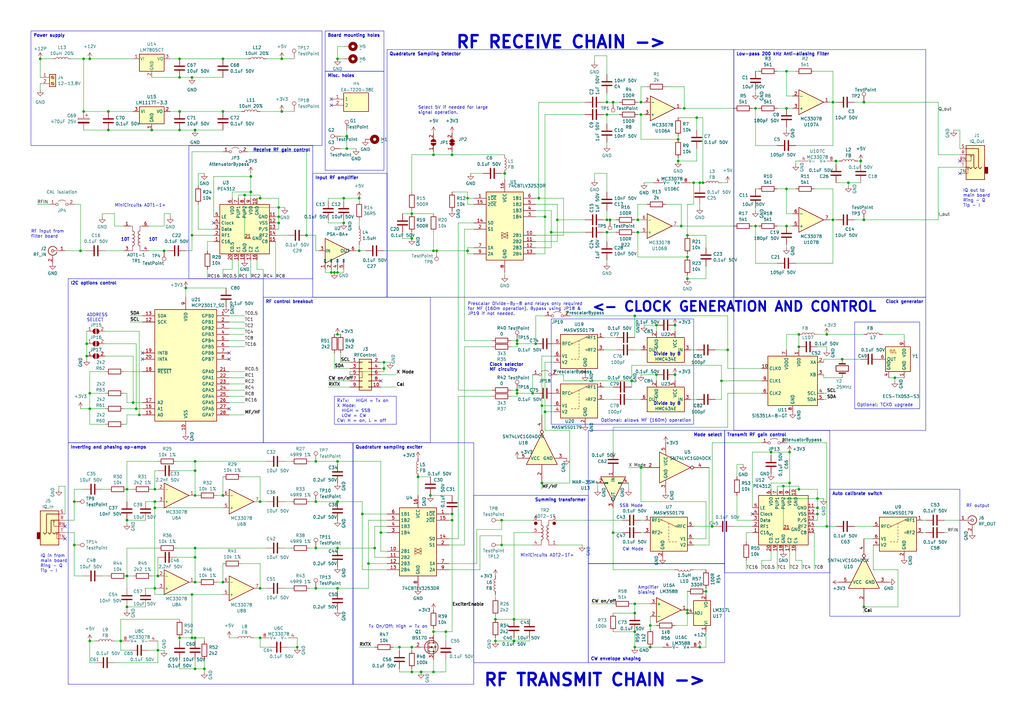
<source format=kicad_sch>
(kicad_sch (version 20231120) (generator "eeschema") (generator_version "8.0")
  (paper "A3")
  (title_block (title "T41 RF Board") (date "2024-07-18") (rev "V012.6") (comment 1 "        Transcribed to KiCAD by OG King-KI3P") (comment 2 "By Al Peter-AC8GY, Revised by WJ Schmidt-K9HZ") (comment 3 "Change log: Added R73 to schematic, updated C5,C8,C19,C21"))
  (junction (at 266.7 256.54))
  (junction (at 322.58 92.71))
  (junction (at 129.54 205.74))
  (junction (at 281.94 96.52))
  (junction (at 129.54 241.3))
  (junction (at 30.48 205.74))
  (junction (at 138.43 224.79))
  (junction (at 185.42 63.5))
  (junction (at 176.53 203.2))
  (junction (at 347.98 74.93))
  (junction (at 63.5 205.74))
  (junction (at 281.94 250.19))
  (junction (at 138.43 241.3))
  (junction (at 163.83 265.43))
  (junction (at 148.59 210.82))
  (junction (at 34.29 45.72))
  (junction (at 80.01 203.2))
  (junction (at 106.68 81.28))
  (junction (at 168.91 97.79))
  (junction (at 64.77 236.22))
  (junction (at 36.83 161.29))
  (junction (at 279.4 92.71))
  (junction (at 226.06 95.25))
  (junction (at 52.07 236.22))
  (junction (at 35.56 146.05))
  (junction (at 288.29 74.93))
  (junction (at 191.77 81.28))
  (junction (at 322.58 77.47))
  (junction (at 142.24 60.96))
  (junction (at 114.3 85.09))
  (junction (at 278.13 66.04))
  (junction (at 102.87 72.39))
  (junction (at 260.35 251.46))
  (junction (at 106.68 241.3))
  (junction (at 177.8 102.87))
  (junction (at 73.66 31.75))
  (junction (at 220.98 81.28))
  (junction (at 73.66 261.62))
  (junction (at 80.01 53.34))
  (junction (at 179.07 102.87))
  (junction (at 100.33 80.01))
  (junction (at 281.94 105.41))
  (junction (at 212.09 161.29))
  (junction (at 57.15 170.18))
  (junction (at 309.88 44.45))
  (junction (at 223.52 88.9))
  (junction (at 106.68 261.62))
  (junction (at 153.67 224.79))
  (junction (at 138.43 137.16))
  (junction (at 35.56 140.97))
  (junction (at 16.51 24.13))
  (junction (at 63.5 241.3))
  (junction (at 80.01 274.32))
  (junction (at 251.46 41.91))
  (junction (at 341.63 90.17))
  (junction (at 172.72 275.59))
  (junction (at 34.29 24.13))
  (junction (at 280.67 44.45))
  (junction (at 125.73 96.52))
  (junction (at 260.35 129.54))
  (junction (at 353.06 66.04))
  (junction (at 276.86 153.67))
  (junction (at 138.43 205.74))
  (junction (at 64.77 266.7))
  (junction (at 342.9 66.04))
  (junction (at 354.33 248.92))
  (junction (at 73.66 53.34))
  (junction (at 91.44 203.2))
  (junction (at 219.71 140.97))
  (junction (at 367.03 154.94))
  (junction (at 269.24 133.35))
  (junction (at 142.24 55.88))
  (junction (at 185.42 210.82))
  (junction (at 292.1 215.9))
  (junction (at 281.94 251.46))
  (junction (at 80.01 238.76))
  (junction (at 284.48 74.93))
  (junction (at 261.62 95.25))
  (junction (at 36.83 24.13))
  (junction (at 83.82 274.32))
  (junction (at 36.83 262.89))
  (junction (at 91.44 238.76))
  (junction (at 212.09 139.7))
  (junction (at 262.89 41.91))
  (junction (at 341.63 41.91))
  (junction (at 327.66 200.66))
  (junction (at 248.92 90.17))
  (junction (at 147.32 102.87))
  (junction (at 322.58 44.45))
  (junction (at 30.48 223.52))
  (junction (at 44.45 45.72))
  (junction (at 63.5 208.28))
  (junction (at 55.88 167.64))
  (junction (at 203.2 262.89))
  (junction (at 36.83 167.64))
  (junction (at 106.68 205.74))
  (junction (at 80.01 228.6))
  (junction (at 205.74 213.36))
  (junction (at 138.43 189.23))
  (junction (at 129.54 224.79))
  (junction (at 260.35 265.43))
  (junction (at 80.01 224.79))
  (junction (at 266.7 265.43))
  (junction (at 339.09 137.16))
  (junction (at 191.77 102.87))
  (junction (at 287.02 265.43))
  (junction (at 276.86 133.35))
  (junction (at 115.57 45.72))
  (junction (at 250.19 90.17))
  (junction (at 52.07 200.66))
  (junction (at 248.92 46.99))
  (junction (at 309.88 92.71))
  (junction (at 73.66 45.72))
  (junction (at 251.46 218.44))
  (junction (at 147.32 81.28))
  (junction (at 212.09 160.02))
  (junction (at 354.33 90.17))
  (junction (at 269.24 153.67))
  (junction (at 129.54 189.23))
  (junction (at 177.8 63.5))
  (junction (at 248.92 95.25))
  (junction (at 322.58 29.21))
  (junction (at 102.87 78.74))
  (junction (at 52.07 213.36))
  (junction (at 140.97 81.28))
  (junction (at 262.89 191.77))
  (junction (at 262.89 46.99))
  (junction (at 259.08 156.21))
  (junction (at 91.44 24.13))
  (junction (at 78.74 243.84))
  (junction (at 151.13 231.14))
  (junction (at 52.07 248.92))
  (junction (at 345.44 147.32))
  (junction (at 298.45 143.51))
  (junction (at 218.44 161.29))
  (junction (at 73.66 24.13))
  (junction (at 49.53 262.89))
  (junction (at 168.91 265.43))
  (junction (at 78.74 261.62))
  (junction (at 121.92 265.43))
  (junction (at 248.92 41.91))
  (junction (at 63.5 200.66))
  (junction (at 260.35 259.08))
  (junction (at 78.74 96.52))
  (junction (at 114.3 91.44))
  (junction (at 321.31 199.39))
  (junction (at 210.82 262.89))
  (junction (at 76.2 118.11))
  (junction (at 222.25 166.37))
  (junction (at 177.8 259.08))
  (junction (at 281.94 114.3))
  (junction (at 177.8 275.59))
  (junction (at 138.43 24.13))
  (junction (at 327.66 137.16))
  (junction (at 157.48 148.59))
  (junction (at 54.61 165.1))
  (junction (at 182.88 259.08))
  (junction (at 289.56 242.57))
  (junction (at 339.09 215.9))
  (junction (at 135.89 111.76))
  (junction (at 140.97 91.44))
  (junction (at 335.28 210.82))
  (junction (at 260.35 247.65))
  (junction (at 168.91 275.59))
  (junction (at 323.85 198.12))
  (junction (at 80.01 193.04))
  (junction (at 212.09 140.97))
  (junction (at 91.44 45.72))
  (junction (at 138.43 111.76))
  (junction (at 323.85 185.42))
  (junction (at 295.91 156.21))
  (junction (at 44.45 53.34))
  (junction (at 261.62 90.17))
  (junction (at 203.2 254))
  (junction (at 228.6 90.17))
  (junction (at 137.16 111.76))
  (junction (at 80.01 189.23))
  (junction (at 205.74 223.52))
  (junction (at 80.01 261.62))
  (junction (at 115.57 24.13))
  (junction (at 157.48 151.13))
  (junction (at 335.28 208.28))
  (junction (at 114.3 88.9))
  (junction (at 327.66 142.24))
  (junction (at 287.02 74.93))
  (junction (at 33.02 102.87))
  (junction (at 316.23 185.42))
  (junction (at 210.82 254))
  (junction (at 171.45 195.58))
  (junction (at 354.33 41.91))
  (junction (at 278.13 57.15))
  (junction (at 78.74 31.75))
  (junction (at 156.21 218.44))
  (junction (at 168.91 87.63))
  (junction (at 285.75 48.26))
  (junction (at 222.25 198.12))
  (junction (at 223.52 168.91))
  (junction (at 335.28 204.47))
  (junction (at 185.42 213.36))
  (junction (at 62.23 53.34))
  (junction (at 67.31 102.87))
  (junction (at 207.01 71.12))
  (no_connect (at 26.67 220.98))
  (no_connect (at 135.89 43.18))
  (no_connect (at 93.98 144.78))
  (no_connect (at 93.98 167.64))
  (no_connect (at 58.42 147.32))
  (no_connect (at 308.61 210.82))
  (no_connect (at 87.63 91.44))
  (no_connect (at 26.67 215.9))
  (no_connect (at 58.42 144.78))
  (no_connect (at 393.7 66.04))
  (no_connect (at 393.7 71.12))
  (no_connect (at 135.89 40.64))
  (no_connect (at 156.21 156.21))
  (no_connect (at 93.98 147.32))
  (wire (pts (xy 247.65 90.17) (xy 248.92 90.17)))
  (wire (pts (xy 342.9 66.04) (xy 342.9 67.31)))
  (wire (pts (xy 182.88 275.59) (xy 177.8 275.59)))
  (wire (pts (xy 337.82 147.32) (xy 345.44 147.32)))
  (wire (pts (xy 139.7 60.96) (xy 142.24 60.96)))
  (wire (pts (xy 339.09 181.61) (xy 339.09 215.9)))
  (wire (pts (xy 358.14 233.68) (xy 368.3 233.68)))
  (wire (pts (xy 137.16 137.16) (xy 138.43 137.16)))
  (wire (pts (xy 142.24 55.88) (xy 142.24 53.34)))
  (wire (pts (xy 342.9 66.04) (xy 344.17 66.04)))
  (wire (pts (xy 210.82 254) (xy 217.17 254)))
  (wire (pts (xy 322.58 92.71) (xy 325.12 92.71)))
  (wire (pts (xy 298.45 129.54) (xy 298.45 143.51)))
  (wire (pts (xy 100.33 160.02) (xy 93.98 160.02)))
  (wire (pts (xy 67.31 87.63) (xy 69.85 87.63)))
  (wire (pts (xy 33.02 102.87) (xy 35.56 102.87)))
  (wire (pts (xy 191.77 81.28) (xy 191.77 83.82)))
  (wire (pts (xy 295.91 156.21) (xy 312.42 156.21)))
  (wire (pts (xy 33.02 167.64) (xy 36.83 167.64)))
  (wire (pts (xy 322.58 87.63) (xy 322.58 77.47)))
  (wire (pts (xy 318.77 29.21) (xy 322.58 29.21)))
  (wire (pts (xy 289.56 109.22) (xy 289.56 114.3)))
  (wire (pts (xy 63.5 241.3) (xy 64.77 241.3)))
  (wire (pts (xy 337.82 153.67) (xy 337.82 154.94)))
  (wire (pts (xy 182.88 259.08) (xy 185.42 259.08)))
  (wire (pts (xy 341.63 90.17) (xy 342.9 90.17)))
  (wire (pts (xy 201.93 162.56) (xy 187.96 162.56)))
  (wire (pts (xy 284.48 83.82) (xy 284.48 74.93)))
  (wire (pts (xy 36.83 167.64) (xy 43.18 167.64)))
  (wire (pts (xy 49.53 254) (xy 49.53 262.89)))
  (wire (pts (xy 129.54 189.23) (xy 138.43 189.23)))
  (wire (pts (xy 143.51 152.4) (xy 157.48 152.4)))
  (wire (pts (xy 138.43 241.3) (xy 138.43 242.57)))
  (wire (pts (xy 80.01 274.32) (xy 83.82 274.32)))
  (wire (pts (xy 33.02 83.82) (xy 33.02 102.87)))
  (wire (pts (xy 158.75 210.82) (xy 148.59 210.82)))
  (wire (pts (xy 153.67 215.9) (xy 153.67 224.79)))
  (wire (pts (xy 295.91 74.93) (xy 298.45 74.93)))
  (wire (pts (xy 287.02 265.43) (xy 289.56 265.43)))
  (wire (pts (xy 193.04 71.12) (xy 198.12 71.12)))
  (wire (pts (xy 191.77 101.6) (xy 194.31 101.6)))
  (wire (pts (xy 105.41 110.49) (xy 105.41 106.68)))
  (wire (pts (xy 354.33 220.98) (xy 358.14 220.98)))
  (wire (pts (xy 73.66 254) (xy 49.53 254)))
  (wire (pts (xy 73.66 45.72) (xy 91.44 45.72)))
  (wire (pts (xy 63.5 208.28) (xy 63.5 241.3)))
  (wire (pts (xy 190.5 93.98) (xy 190.5 139.7)))
  (wire (pts (xy 147.32 102.87) (xy 149.86 102.87)))
  (wire (pts (xy 209.55 160.02) (xy 212.09 160.02)))
  (wire (pts (xy 59.69 241.3) (xy 63.5 241.3)))
  (wire (pts (xy 72.39 189.23) (xy 80.01 189.23)))
  (wire (pts (xy 203.2 252.73) (xy 203.2 254)))
  (wire (pts (xy 292.1 181.61) (xy 292.1 215.9)))
  (wire (pts (xy 168.91 63.5) (xy 168.91 78.74)))
  (wire (pts (xy 138.43 189.23) (xy 156.21 189.23)))
  (wire (pts (xy 134.62 90.17) (xy 134.62 91.44)))
  (wire (pts (xy 228.6 213.36) (xy 255.27 213.36)))
  (wire (pts (xy 43.18 152.4) (xy 36.83 152.4)))
  (wire (pts (xy 281.94 251.46) (xy 281.94 256.54)))
  (wire (pts (xy 233.68 129.54) (xy 260.35 129.54)))
  (wire (pts (xy 100.33 165.1) (xy 93.98 165.1)))
  (wire (pts (xy 49.53 266.7) (xy 53.34 266.7)))
  (wire (pts (xy 36.83 24.13) (xy 54.61 24.13)))
  (wire (pts (xy 243.84 22.86) (xy 248.92 22.86)))
  (wire (pts (xy 53.34 129.54) (xy 58.42 129.54)))
  (wire (pts (xy 100.33 170.18) (xy 93.98 170.18)))
  (wire (pts (xy 281.94 242.57) (xy 281.94 250.19)))
  (wire (pts (xy 36.83 271.78) (xy 36.83 262.89)))
  (wire (pts (xy 306.07 218.44) (xy 308.61 218.44)))
  (wire (pts (xy 247.65 158.75) (xy 251.46 158.75)))
  (wire (pts (xy 269.24 133.35) (xy 269.24 135.89)))
  (wire (pts (xy 158.75 213.36) (xy 151.13 213.36)))
  (wire (pts (xy 231.14 156.21) (xy 231.14 153.67)))
  (wire (pts (xy 251.46 233.68) (xy 251.46 218.44)))
  (wire (pts (xy 30.48 200.66) (xy 34.29 200.66)))
  (wire (pts (xy 114.3 91.44) (xy 114.3 93.98)))
  (wire (pts (xy 190.5 223.52) (xy 190.5 142.24)))
  (wire (pts (xy 134.62 158.75) (xy 143.51 158.75)))
  (wire (pts (xy 46.99 92.71) (xy 46.99 87.63)))
  (wire (pts (xy 116.84 224.79) (xy 119.38 224.79)))
  (wire (pts (xy 203.2 262.89) (xy 210.82 262.89)))
  (wire (pts (xy 102.87 106.68) (xy 102.87 114.3)))
  (wire (pts (xy 55.88 167.64) (xy 58.42 167.64)))
  (wire (pts (xy 64.77 189.23) (xy 52.07 189.23)))
  (wire (pts (xy 138.43 241.3) (xy 151.13 241.3)))
  (wire (pts (xy 171.45 195.58) (xy 171.45 203.2)))
  (wire (pts (xy 168.91 265.43) (xy 170.18 265.43)))
  (wire (pts (xy 100.33 142.24) (xy 93.98 142.24)))
  (wire (pts (xy 83.82 270.51) (xy 83.82 274.32)))
  (wire (pts (xy 80.01 238.76) (xy 81.28 238.76)))
  (wire (pts (xy 114.3 81.28) (xy 114.3 85.09)))
  (wire (pts (xy 261.62 95.25) (xy 261.62 105.41)))
  (wire (pts (xy 43.18 140.97) (xy 55.88 140.97)))
  (wire (pts (xy 220.98 81.28) (xy 231.14 81.28)))
  (wire (pts (xy 30.48 213.36) (xy 30.48 205.74)))
  (wire (pts (xy 218.44 161.29) (xy 219.71 161.29)))
  (wire (pts (xy 261.62 41.91) (xy 262.89 41.91)))
  (wire (pts (xy 80.01 193.04) (xy 80.01 203.2)))
  (wire (pts (xy 335.28 204.47) (xy 335.28 208.28)))
  (wire (pts (xy 146.05 102.87) (xy 147.32 102.87)))
  (wire (pts (xy 262.89 218.44) (xy 264.16 218.44)))
  (wire (pts (xy 279.4 92.71) (xy 278.13 92.71)))
  (wire (pts (xy 322.58 77.47) (xy 326.39 77.47)))
  (wire (pts (xy 49.53 262.89) (xy 49.53 266.7)))
  (wire (pts (xy 259.08 149.86) (xy 295.91 149.86)))
  (wire (pts (xy 30.48 223.52) (xy 30.48 236.22)))
  (wire (pts (xy 116.84 205.74) (xy 119.38 205.74)))
  (wire (pts (xy 285.75 60.96) (xy 285.75 66.04)))
  (wire (pts (xy 134.62 81.28) (xy 140.97 81.28)))
  (wire (pts (xy 334.01 218.44) (xy 334.01 233.68)))
  (wire (pts (xy 140.97 90.17) (xy 140.97 91.44)))
  (wire (pts (xy 227.33 148.59) (xy 223.52 148.59)))
  (wire (pts (xy 157.48 151.13) (xy 157.48 148.59)))
  (wire (pts (xy 104.14 261.62) (xy 106.68 261.62)))
  (wire (pts (xy 323.85 185.42) (xy 323.85 198.12)))
  (wire (pts (xy 73.66 274.32) (xy 80.01 274.32)))
  (wire (pts (xy 177.8 259.08) (xy 177.8 260.35)))
  (wire (pts (xy 260.35 129.54) (xy 298.45 129.54)))
  (wire (pts (xy 176.53 203.2) (xy 185.42 203.2)))
  (wire (pts (xy 106.68 80.01) (xy 106.68 81.28)))
  (wire (pts (xy 293.37 163.83) (xy 295.91 163.83)))
  (wire (pts (xy 289.56 205.74) (xy 289.56 220.98)))
  (wire (pts (xy 142.24 60.96) (xy 146.05 60.96)))
  (wire (pts (xy 210.82 218.44) (xy 218.44 218.44)))
  (wire (pts (xy 308.61 185.42) (xy 316.23 185.42)))
  (wire (pts (xy 35.56 147.32) (xy 35.56 146.05)))
  (wire (pts (xy 127 189.23) (xy 129.54 189.23)))
  (wire (pts (xy 148.59 210.82) (xy 148.59 233.68)))
  (wire (pts (xy 283.21 74.93) (xy 284.48 74.93)))
  (wire (pts (xy 64.77 228.6) (xy 64.77 236.22)))
  (wire (pts (xy 248.92 41.91) (xy 251.46 41.91)))
  (wire (pts (xy 168.91 63.5) (xy 177.8 63.5)))
  (wire (pts (xy 76.2 118.11) (xy 92.71 118.11)))
  (wire (pts (xy 384.81 41.91) (xy 354.33 41.91)))
  (wire (pts (xy 321.31 199.39) (xy 327.66 199.39)))
  (wire (pts (xy 80.01 261.62) (xy 80.01 262.89)))
  (wire (pts (xy 341.63 77.47) (xy 341.63 90.17)))
  (wire (pts (xy 287.02 74.93) (xy 288.29 74.93)))
  (wire (pts (xy 312.42 229.87) (xy 316.23 229.87)))
  (wire (pts (xy 203.2 243.84) (xy 203.2 245.11)))
  (wire (pts (xy 177.8 257.81) (xy 177.8 259.08)))
  (wire (pts (xy 52.07 248.92) (xy 59.69 248.92)))
  (wire (pts (xy 322.58 29.21) (xy 326.39 29.21)))
  (wire (pts (xy 260.35 95.25) (xy 261.62 95.25)))
  (wire (pts (xy 240.03 46.99) (xy 223.52 46.99)))
  (wire (pts (xy 16.51 24.13) (xy 21.59 24.13)))
  (wire (pts (xy 212.09 160.02) (xy 212.09 161.29)))
  (wire (pts (xy 289.56 114.3) (xy 281.94 114.3)))
  (wire (pts (xy 341.63 107.95) (xy 341.63 90.17)))
  (wire (pts (xy 260.35 90.17) (xy 261.62 90.17)))
  (wire (pts (xy 280.67 44.45) (xy 279.4 44.45)))
  (wire (pts (xy 36.83 161.29) (xy 36.83 167.64)))
  (wire (pts (xy 205.74 223.52) (xy 218.44 223.52)))
  (wire (pts (xy 26.67 199.39) (xy 24.13 199.39)))
  (wire (pts (xy 278.13 55.88) (xy 278.13 57.15)))
  (wire (pts (xy 148.59 205.74) (xy 148.59 210.82)))
  (wire (pts (xy 298.45 161.29) (xy 298.45 175.26)))
  (wire (pts (xy 339.09 161.29) (xy 337.82 161.29)))
  (wire (pts (xy 309.88 59.69) (xy 309.88 44.45)))
  (wire (pts (xy 52.07 213.36) (xy 52.07 214.63)))
  (wire (pts (xy 309.88 107.95) (xy 318.77 107.95)))
  (wire (pts (xy 34.29 24.13) (xy 34.29 45.72)))
  (wire (pts (xy 393.7 63.5) (xy 384.81 63.5)))
  (wire (pts (xy 318.77 199.39) (xy 321.31 199.39)))
  (wire (pts (xy 78.74 102.87) (xy 78.74 96.52)))
  (wire (pts (xy 334.01 29.21) (xy 341.63 29.21)))
  (wire (pts (xy 52.07 170.18) (xy 52.07 173.99)))
  (wire (pts (xy 248.92 71.12) (xy 248.92 78.74)))
  (wire (pts (xy 41.91 200.66) (xy 44.45 200.66)))
  (wire (pts (xy 302.26 213.36) (xy 302.26 203.2)))
  (wire (pts (xy 168.91 274.32) (xy 168.91 275.59)))
  (wire (pts (xy 190.5 139.7) (xy 201.93 139.7)))
  (wire (pts (xy 321.31 217.17) (xy 321.31 204.47)))
  (wire (pts (xy 217.17 262.89) (xy 210.82 262.89)))
  (wire (pts (xy 248.92 46.99) (xy 248.92 50.8)))
  (wire (pts (xy 347.98 74.93) (xy 353.06 74.93)))
  (wire (pts (xy 148.59 233.68) (xy 158.75 233.68)))
  (wire (pts (xy 281.94 104.14) (xy 281.94 105.41)))
  (wire (pts (xy 370.84 137.16) (xy 370.84 139.7)))
  (wire (pts (xy 248.92 95.25) (xy 248.92 99.06)))
  (wire (pts (xy 196.85 233.68) (xy 196.85 219.71)))
  (wire (pts (xy 322.58 100.33) (xy 322.58 101.6)))
  (wire (pts (xy 242.57 247.65) (xy 251.46 247.65)))
  (wire (pts (xy 219.71 129.54) (xy 219.71 140.97)))
  (wire (pts (xy 318.77 77.47) (xy 322.58 77.47)))
  (wire (pts (xy 223.52 88.9) (xy 219.71 88.9)))
  (wire (pts (xy 302.26 190.5) (xy 304.8 190.5)))
  (wire (pts (xy 220.98 41.91) (xy 220.98 81.28)))
  (wire (pts (xy 39.37 271.78) (xy 36.83 271.78)))
  (wire (pts (xy 46.99 271.78) (xy 64.77 271.78)))
  (wire (pts (xy 257.81 191.77) (xy 262.89 191.77)))
  (wire (pts (xy 50.8 167.64) (xy 55.88 167.64)))
  (wire (pts (xy 205.74 217.17) (xy 205.74 213.36)))
  (wire (pts (xy 35.56 140.97) (xy 35.56 146.05)))
  (wire (pts (xy 283.21 143.51) (xy 285.75 143.51)))
  (wire (pts (xy 281.94 83.82) (xy 284.48 83.82)))
  (wire (pts (xy 212.09 142.24) (xy 209.55 142.24)))
  (wire (pts (xy 306.07 218.44) (xy 306.07 222.25)))
  (wire (pts (xy 64.77 224.79) (xy 52.07 224.79)))
  (wire (pts (xy 151.13 241.3) (xy 151.13 231.14)))
  (wire (pts (xy 91.44 195.58) (xy 91.44 203.2)))
  (wire (pts (xy 327.66 137.16) (xy 327.66 142.24)))
  (wire (pts (xy 321.31 199.39) (xy 321.31 200.66)))
  (wire (pts (xy 191.77 104.14) (xy 191.77 102.87)))
  (wire (pts (xy 101.6 62.23) (xy 125.73 62.23)))
  (wire (pts (xy 285.75 66.04) (xy 278.13 66.04)))
  (wire (pts (xy 114.3 85.09) (xy 114.3 88.9)))
  (wire (pts (xy 289.56 96.52) (xy 281.94 96.52)))
  (wire (pts (xy 247.65 143.51) (xy 252.73 143.51)))
  (wire (pts (xy 378.46 218.44) (xy 379.73 218.44)))
  (wire (pts (xy 113.03 96.52) (xy 118.11 96.52)))
  (wire (pts (xy 302.26 195.58) (xy 302.26 190.5)))
  (wire (pts (xy 261.62 83.82) (xy 261.62 90.17)))
  (wire (pts (xy 87.63 93.98) (xy 81.28 93.98)))
  (wire (pts (xy 345.44 147.32) (xy 353.06 147.32)))
  (wire (pts (xy 298.45 175.26) (xy 251.46 175.26)))
  (wire (pts (xy 187.96 162.56) (xy 187.96 220.98)))
  (wire (pts (xy 358.14 223.52) (xy 358.14 233.68)))
  (wire (pts (xy 85.09 110.49) (xy 85.09 114.3)))
  (wire (pts (xy 212.09 139.7) (xy 212.09 140.97)))
  (wire (pts (xy 219.71 101.6) (xy 226.06 101.6)))
  (wire (pts (xy 100.33 132.08) (xy 93.98 132.08)))
  (wire (pts (xy 337.82 148.59) (xy 337.82 147.32)))
  (wire (pts (xy 257.81 198.12) (xy 257.81 200.66)))
  (wire (pts (xy 156.21 218.44) (xy 156.21 226.06)))
  (wire (pts (xy 78.74 62.23) (xy 78.74 96.52)))
  (wire (pts (xy 327.66 199.39) (xy 327.66 200.66)))
  (wire (pts (xy 91.44 110.49) (xy 91.44 114.3)))
  (wire (pts (xy 91.44 110.49) (xy 95.25 110.49)))
  (wire (pts (xy 223.52 176.53) (xy 233.68 176.53)))
  (wire (pts (xy 106.68 195.58) (xy 106.68 205.74)))
  (wire (pts (xy 142.24 55.88) (xy 142.24 60.96)))
  (wire (pts (xy 163.83 275.59) (xy 168.91 275.59)))
  (wire (pts (xy 76.2 118.11) (xy 76.2 121.92)))
  (wire (pts (xy 248.92 46.99) (xy 254 46.99)))
  (wire (pts (xy 316.23 198.12) (xy 316.23 200.66)))
  (wire (pts (xy 350.52 41.91) (xy 354.33 41.91)))
  (wire (pts (xy 185.42 63.5) (xy 207.01 63.5)))
  (wire (pts (xy 106.68 231.14) (xy 106.68 241.3)))
  (wire (pts (xy 114.3 88.9) (xy 113.03 88.9)))
  (wire (pts (xy 185.42 213.36) (xy 185.42 259.08)))
  (wire (pts (xy 177.8 275.59) (xy 177.8 270.51)))
  (wire (pts (xy 171.45 195.58) (xy 176.53 195.58)))
  (wire (pts (xy 334.01 213.36) (xy 335.28 213.36)))
  (wire (pts (xy 264.16 133.35) (xy 269.24 133.35)))
  (wire (pts (xy 259.08 156.21) (xy 259.08 158.75)))
  (wire (pts (xy 156.21 153.67) (xy 162.56 153.67)))
  (wire (pts (xy 168.91 95.25) (xy 168.91 97.79)))
  (wire (pts (xy 182.88 259.08) (xy 177.8 259.08)))
  (wire (pts (xy 308.61 208.28) (xy 308.61 185.42)))
  (wire (pts (xy 187.96 220.98) (xy 184.15 220.98)))
  (wire (pts (xy 78.74 31.75) (xy 91.44 31.75)))
  (wire (pts (xy 284.48 220.98) (xy 289.56 220.98)))
  (wire (pts (xy 67.31 92.71) (xy 67.31 87.63)))
  (wire (pts (xy 251.46 259.08) (xy 260.35 259.08)))
  (wire (pts (xy 177.8 62.23) (xy 177.8 63.5)))
  (wire (pts (xy 137.16 151.13) (xy 137.16 144.78)))
  (wire (pts (xy 212.09 161.29) (xy 212.09 162.56)))
  (wire (pts (xy 347.98 74.93) (xy 347.98 76.2)))
  (wire (pts (xy 205.74 213.36) (xy 218.44 213.36)))
  (wire (pts (xy 100.33 154.94) (xy 93.98 154.94)))
  (wire (pts (xy 262.89 213.36) (xy 264.16 213.36)))
  (wire (pts (xy 312.42 151.13) (xy 298.45 151.13)))
  (wire (pts (xy 80.01 261.62) (xy 78.74 261.62)))
  (wire (pts (xy 52.07 248.92) (xy 52.07 250.19)))
  (wire (pts (xy 248.92 58.42) (xy 248.92 59.69)))
  (wire (pts (xy 223.52 148.59) (xy 223.52 168.91)))
  (wire (pts (xy 158.75 218.44) (xy 156.21 218.44)))
  (wire (pts (xy 322.58 181.61) (xy 339.09 181.61)))
  (wire (pts (xy 243.84 71.12) (xy 248.92 71.12)))
  (wire (pts (xy 233.68 176.53) (xy 233.68 198.12)))
  (wire (pts (xy 334.01 210.82) (xy 335.28 210.82)))
  (wire (pts (xy 138.43 110.49) (xy 138.43 111.76)))
  (wire (pts (xy 219.71 104.14) (xy 223.52 104.14)))
  (wire (pts (xy 52.07 224.79) (xy 52.07 236.22)))
  (wire (pts (xy 83.82 261.62) (xy 80.01 261.62)))
  (wire (pts (xy 350.52 215.9) (xy 358.14 215.9)))
  (wire (pts (xy 287.02 74.93) (xy 287.02 76.2)))
  (wire (pts (xy 248.92 22.86) (xy 248.92 30.48)))
  (wire (pts (xy 97.79 106.68) (xy 97.79 114.3)))
  (wire (pts (xy 194.31 81.28) (xy 191.77 81.28)))
  (wire (pts (xy 265.43 35.56) (xy 262.89 35.56)))
  (wire (pts (xy 262.89 46.99) (xy 264.16 46.99)))
  (wire (pts (xy 266.7 265.43) (xy 271.78 265.43)))
  (wire (pts (xy 63.5 243.84) (xy 63.5 241.3)))
  (wire (pts (xy 46.99 87.63) (xy 41.91 87.63)))
  (wire (pts (xy 97.79 81.28) (xy 97.79 80.01)))
  (wire (pts (xy 322.58 143.51) (xy 322.58 137.16)))
  (wire (pts (xy 341.63 41.91) (xy 342.9 41.91)))
  (wire (pts (xy 43.18 135.89) (xy 57.15 135.89)))
  (wire (pts (xy 339.09 137.16) (xy 354.33 137.16)))
  (wire (pts (xy 323.85 198.12) (xy 323.85 200.66)))
  (wire (pts (xy 156.21 189.23) (xy 156.21 218.44)))
  (wire (pts (xy 34.29 45.72) (xy 44.45 45.72)))
  (wire (pts (xy 26.67 210.82) (xy 26.67 199.39)))
  (wire (pts (xy 109.22 24.13) (xy 115.57 24.13)))
  (wire (pts (xy 129.54 102.87) (xy 130.81 102.87)))
  (wire (pts (xy 312.42 229.87) (xy 312.42 233.68)))
  (wire (pts (xy 222.25 166.37) (xy 222.25 170.18)))
  (wire (pts (xy 262.89 153.67) (xy 269.24 153.67)))
  (wire (pts (xy 127 224.79) (xy 129.54 224.79)))
  (wire (pts (xy 163.83 265.43) (xy 163.83 266.7)))
  (wire (pts (xy 212.09 140.97) (xy 219.71 140.97)))
  (wire (pts (xy 185.42 213.36) (xy 185.42 210.82)))
  (wire (pts (xy 247.65 95.25) (xy 248.92 95.25)))
  (wire (pts (xy 106.68 81.28) (xy 114.3 81.28)))
  (wire (pts (xy 76.2 102.87) (xy 78.74 102.87)))
  (wire (pts (xy 113.03 93.98) (xy 114.3 93.98)))
  (wire (pts (xy 135.89 111.76) (xy 137.16 111.76)))
  (wire (pts (xy 73.66 31.75) (xy 78.74 31.75)))
  (wire (pts (xy 261.62 46.99) (xy 262.89 46.99)))
  (wire (pts (xy 100.33 137.16) (xy 93.98 137.16)))
  (wire (pts (xy 273.05 83.82) (xy 279.4 83.82)))
  (wire (pts (xy 80.01 270.51) (xy 80.01 274.32)))
  (wire (pts (xy 156.21 158.75) (xy 162.56 158.75)))
  (wire (pts (xy 309.88 92.71) (xy 311.15 92.71)))
  (wire (pts (xy 161.29 265.43) (xy 163.83 265.43)))
  (wire (pts (xy 323.85 198.12) (xy 316.23 198.12)))
  (wire (pts (xy 30.48 218.44) (xy 30.48 223.52)))
  (wire (pts (xy 184.15 223.52) (xy 190.5 223.52)))
  (wire (pts (xy 139.7 144.78) (xy 139.7 148.59)))
  (wire (pts (xy 60.96 102.87) (xy 67.31 102.87)))
  (wire (pts (xy 100.33 97.79) (xy 100.33 85.09)))
  (wire (pts (xy 105.41 81.28) (xy 106.68 81.28)))
  (wire (pts (xy 222.25 166.37) (xy 227.33 166.37)))
  (wire (pts (xy 100.33 152.4) (xy 93.98 152.4)))
  (wire (pts (xy 147.32 81.28) (xy 147.32 82.55)))
  (wire (pts (xy 368.3 248.92) (xy 354.33 248.92)))
  (wire (pts (xy 156.21 151.13) (xy 157.48 151.13)))
  (wire (pts (xy 318.77 44.45) (xy 322.58 44.45)))
  (wire (pts (xy 293.37 143.51) (xy 298.45 143.51)))
  (wire (pts (xy 309.88 92.71) (xy 309.88 107.95)))
  (wire (pts (xy 327.66 66.04) (xy 326.39 66.04)))
  (wire (pts (xy 78.74 243.84) (xy 63.5 243.84)))
  (wire (pts (xy 350.52 90.17) (xy 354.33 90.17)))
  (wire (pts (xy 292.1 181.61) (xy 312.42 181.61)))
  (wire (pts (xy 165.1 87.63) (xy 168.91 87.63)))
  (wire (pts (xy 261.62 95.25) (xy 262.89 95.25)))
  (wire (pts (xy 327.66 200.66) (xy 335.28 200.66)))
  (wire (pts (xy 295.91 149.86) (xy 295.91 156.21)))
  (wire (pts (xy 228.6 99.06) (xy 228.6 90.17)))
  (wire (pts (xy 335.28 210.82) (xy 335.28 213.36)))
  (wire (pts (xy 63.5 205.74) (xy 64.77 205.74)))
  (wire (pts (xy 78.74 96.52) (xy 87.63 96.52)))
  (wire (pts (xy 264.16 74.93) (xy 267.97 74.93)))
  (wire (pts (xy 309.88 29.21) (xy 311.15 29.21)))
  (wire (pts (xy 177.8 102.87) (xy 179.07 102.87)))
  (wire (pts (xy 100.33 129.54) (xy 93.98 129.54)))
  (wire (pts (xy 326.39 59.69) (xy 341.63 59.69)))
  (wire (pts (xy 341.63 59.69) (xy 341.63 41.91)))
  (wire (pts (xy 334.01 77.47) (xy 341.63 77.47)))
  (wire (pts (xy 80.01 228.6) (xy 80.01 238.76)))
  (wire (pts (xy 26.67 218.44) (xy 30.48 218.44)))
  (wire (pts (xy 212.09 161.29) (xy 218.44 161.29)))
  (wire (pts (xy 318.77 92.71) (xy 322.58 92.71)))
  (wire (pts (xy 182.88 259.08) (xy 182.88 262.89)))
  (wire (pts (xy 318.77 226.06) (xy 318.77 233.68)))
  (wire (pts (xy 73.66 24.13) (xy 91.44 24.13)))
  (wire (pts (xy 129.54 205.74) (xy 138.43 205.74)))
  (wire (pts (xy 41.91 87.63) (xy 41.91 88.9)))
  (wire (pts (xy 41.91 236.22) (xy 44.45 236.22)))
  (wire (pts (xy 106.68 241.3) (xy 109.22 241.3)))
  (wire (pts (xy 184.15 231.14) (xy 195.58 231.14)))
  (wire (pts (xy 64.77 193.04) (xy 63.5 193.04)))
  (wire (pts (xy 85.09 99.06) (xy 85.09 102.87)))
  (wire (pts (xy 273.05 35.56) (xy 280.67 35.56)))
  (wire (pts (xy 140.97 81.28) (xy 140.97 82.55)))
  (wire (pts (xy 106.68 261.62) (xy 106.68 265.43)))
  (wire (pts (xy 262.89 191.77) (xy 262.89 205.74)))
  (wire (pts (xy 223.52 104.14) (xy 223.52 88.9)))
  (wire (pts (xy 99.06 195.58) (xy 106.68 195.58)))
  (wire (pts (xy 281.94 256.54) (xy 276.86 256.54)))
  (wire (pts (xy 308.61 213.36) (xy 302.26 213.36)))
  (wire (pts (xy 80.01 189.23) (xy 80.01 193.04)))
  (wire (pts (xy 184.15 210.82) (xy 185.42 210.82)))
  (wire (pts (xy 118.11 265.43) (xy 121.92 265.43)))
  (wire (pts (xy 326.39 107.95) (xy 341.63 107.95)))
  (wire (pts (xy 168.91 87.63) (xy 177.8 87.63)))
  (wire (pts (xy 393.7 60.96) (xy 393.7 53.34)))
  (wire (pts (xy 163.83 274.32) (xy 163.83 275.59)))
  (wire (pts (xy 80.01 224.79) (xy 80.01 228.6)))
  (wire (pts (xy 113.03 91.44) (xy 114.3 91.44)))
  (wire (pts (xy 340.36 90.17) (xy 341.63 90.17)))
  (wire (pts (xy 52.07 236.22) (xy 54.61 236.22)))
  (wire (pts (xy 223.52 168.91) (xy 227.33 168.91)))
  (wire (pts (xy 316.23 229.87) (xy 316.23 226.06)))
  (wire (pts (xy 210.82 261.62) (xy 210.82 262.89)))
  (wire (pts (xy 58.42 170.18) (xy 57.15 170.18)))
  (wire (pts (xy 52.07 189.23) (xy 52.07 200.66)))
  (wire (pts (xy 219.71 96.52) (xy 231.14 96.52)))
  (wire (pts (xy 177.8 63.5) (xy 185.42 63.5)))
  (wire (pts (xy 351.79 66.04) (xy 353.06 66.04)))
  (wire (pts (xy 191.77 78.74) (xy 185.42 78.74)))
  (wire (pts (xy 54.61 146.05) (xy 54.61 165.1)))
  (wire (pts (xy 251.46 233.68) (xy 276.86 233.68)))
  (wire (pts (xy 57.15 135.89) (xy 57.15 170.18)))
  (wire (pts (xy 177.8 95.25) (xy 177.8 102.87)))
  (wire (pts (xy 284.48 233.68) (xy 289.56 233.68)))
  (wire (pts (xy 289.56 101.6) (xy 289.56 96.52)))
  (wire (pts (xy 100.33 139.7) (xy 93.98 139.7)))
  (wire (pts (xy 127 205.74) (xy 129.54 205.74)))
  (wire (pts (xy 262.89 205.74) (xy 289.56 205.74)))
  (wire (pts (xy 81.28 71.12) (xy 83.82 71.12)))
  (wire (pts (xy 100.33 80.01) (xy 106.68 80.01)))
  (wire (pts (xy 354.33 251.46) (xy 354.33 248.92)))
  (wire (pts (xy 44.45 45.72) (xy 54.61 45.72)))
  (wire (pts (xy 106.68 205.74) (xy 109.22 205.74)))
  (wire (pts (xy 15.24 83.82) (xy 20.32 83.82)))
  (wire (pts (xy 279.4 92.71) (xy 300.99 92.71)))
  (wire (pts (xy 113.03 99.06) (xy 113.03 114.3)))
  (wire (pts (xy 259.08 163.83) (xy 262.89 163.83)))
  (wire (pts (xy 91.44 62.23) (xy 78.74 62.23)))
  (wire (pts (xy 284.48 215.9) (xy 292.1 215.9)))
  (wire (pts (xy 97.79 80.01) (xy 100.33 80.01)))
  (wire (pts (xy 353.06 66.04) (xy 353.06 67.31)))
  (wire (pts (xy 247.65 46.99) (xy 248.92 46.99)))
  (wire (pts (xy 57.15 170.18) (xy 52.07 170.18)))
  (wire (pts (xy 95.25 78.74) (xy 95.25 81.28)))
  (wire (pts (xy 191.77 83.82) (xy 194.31 83.82)))
  (wire (pts (xy 35.56 135.89) (xy 35.56 140.97)))
  (wire (pts (xy 54.61 165.1) (xy 58.42 165.1)))
  (wire (pts (xy 114.3 91.44) (xy 114.3 88.9)))
  (wire (pts (xy 378.46 213.36) (xy 379.73 213.36)))
  (wire (pts (xy 195.58 217.17) (xy 205.74 217.17)))
  (wire (pts (xy 73.66 274.32) (xy 73.66 270.51)))
  (wire (pts (xy 226.06 95.25) (xy 226.06 86.36)))
  (wire (pts (xy 143.51 153.67) (xy 143.51 152.4)))
  (wire (pts (xy 322.58 137.16) (xy 327.66 137.16)))
  (wire (pts (xy 59.69 205.74) (xy 63.5 205.74)))
  (wire (pts (xy 248.92 106.68) (xy 248.92 107.95)))
  (wire (pts (xy 50.8 152.4) (xy 58.42 152.4)))
  (wire (pts (xy 285.75 48.26) (xy 285.75 53.34)))
  (wire (pts (xy 16.51 34.29) (xy 16.51 36.83)))
  (wire (pts (xy 262.89 41.91) (xy 264.16 41.91)))
  (wire (pts (xy 292.1 215.9) (xy 293.37 215.9)))
  (wire (pts (xy 226.06 95.25) (xy 240.03 95.25)))
  (wire (pts (xy 190.5 142.24) (xy 201.93 142.24)))
  (wire (pts (xy 335.28 208.28) (xy 334.01 208.28)))
  (wire (pts (xy 259.08 247.65) (xy 260.35 247.65)))
  (wire (pts (xy 262.89 57.15) (xy 262.89 46.99)))
  (wire (pts (xy 29.21 24.13) (xy 34.29 24.13)))
  (wire (pts (xy 63.5 208.28) (xy 63.5 205.74)))
  (wire (pts (xy 191.77 102.87) (xy 191.77 101.6)))
  (wire (pts (xy 16.51 24.13) (xy 16.51 31.75)))
  (wire (pts (xy 284.48 223.52) (xy 290.83 223.52)))
  (wire (pts (xy 323.85 226.06) (xy 323.85 233.68)))
  (wire (pts (xy 24.13 199.39) (xy 24.13 200.66)))
  (wire (pts (xy 63.5 193.04) (xy 63.5 200.66)))
  (wire (pts (xy 73.66 261.62) (xy 78.74 261.62)))
  (wire (pts (xy 309.88 85.09) (xy 309.88 86.36)))
  (wire (pts (xy 207.01 71.12) (xy 207.01 73.66)))
  (wire (pts (xy 281.94 96.52) (xy 281.94 83.82)))
  (wire (pts (xy 157.48 152.4) (xy 157.48 151.13)))
  (wire (pts (xy 339.09 137.16) (xy 335.28 137.16)))
  (wire (pts (xy 290.83 191.77) (xy 290.83 223.52)))
  (wire (pts (xy 361.95 137.16) (xy 370.84 137.16)))
  (wire (pts (xy 52.07 213.36) (xy 59.69 213.36)))
  (wire (pts (xy 262.89 57.15) (xy 278.13 57.15)))
  (wire (pts (xy 251.46 41.91) (xy 254 41.91)))
  (wire (pts (xy 165.1 97.79) (xy 165.1 95.25)))
  (wire (pts (xy 284.48 74.93) (xy 287.02 74.93)))
  (wire (pts (xy 80.01 203.2) (xy 81.28 203.2)))
  (wire (pts (xy 125.73 62.23) (xy 125.73 96.52)))
  (wire (pts (xy 88.9 203.2) (xy 91.44 203.2)))
  (wire (pts (xy 80.01 189.23) (xy 109.22 189.23)))
  (wire (pts (xy 212.09 162.56) (xy 209.55 162.56)))
  (wire (pts (xy 60.96 266.7) (xy 64.77 266.7)))
  (wire (pts (xy 368.3 233.68) (xy 368.3 248.92)))
  (wire (pts (xy 127 241.3) (xy 129.54 241.3)))
  (wire (pts (xy 102.87 72.39) (xy 102.87 78.74)))
  (wire (pts (xy 168.91 86.36) (xy 168.91 87.63)))
  (wire (pts (xy 269.24 256.54) (xy 266.7 256.54)))
  (wire (pts (xy 309.88 77.47) (xy 311.15 77.47)))
  (wire (pts (xy 99.06 231.14) (xy 106.68 231.14)))
  (wire (pts (xy 243.84 73.66) (xy 243.84 71.12)))
  (wire (pts (xy 248.92 86.36) (xy 248.92 90.17)))
  (wire (pts (xy 260.35 138.43) (xy 260.35 129.54)))
  (wire (pts (xy 163.83 265.43) (xy 168.91 265.43)))
  (wire (pts (xy 251.46 251.46) (xy 260.35 251.46)))
  (wire (pts (xy 85.09 99.06) (xy 87.63 99.06)))
  (wire (pts (xy 278.13 48.26) (xy 285.75 48.26)))
  (wire (pts (xy 391.16 53.34) (xy 393.7 53.34)))
  (wire (pts (xy 52.07 200.66) (xy 54.61 200.66)))
  (wire (pts (xy 184.15 233.68) (xy 196.85 233.68)))
  (wire (pts (xy 30.48 236.22) (xy 34.29 236.22)))
  (wire (pts (xy 81.28 93.98) (xy 81.28 83.82)))
  (wire (pts (xy 384.81 68.58) (xy 393.7 68.58)))
  (wire (pts (xy 287.02 83.82) (xy 287.02 85.09)))
  (wire (pts (xy 115.57 45.72) (xy 120.65 45.72)))
  (wire (pts (xy 72.39 228.6) (xy 80.01 228.6)))
  (wire (pts (xy 251.46 218.44) (xy 255.27 218.44)))
  (wire (pts (xy 157.48 148.59) (xy 156.21 148.59)))
  (wire (pts (xy 140.97 81.28) (xy 147.32 81.28)))
  (wire (pts (xy 384.81 41.91) (xy 384.81 63.5)))
  (wire (pts (xy 187.96 91.44) (xy 194.31 91.44)))
  (wire (pts (xy 36.83 173.99) (xy 36.83 167.64)))
  (wire (pts (xy 260.35 143.51) (xy 262.89 143.51)))
  (wire (pts (xy 334.01 215.9) (xy 339.09 215.9)))
  (wire (pts (xy 50.8 161.29) (xy 52.07 161.29)))
  (wire (pts (xy 100.33 157.48) (xy 93.98 157.48)))
  (wire (pts (xy 210.82 218.44) (xy 210.82 254)))
  (wire (pts (xy 279.4 83.82) (xy 279.4 92.71)))
  (wire (pts (xy 259.08 156.21) (xy 231.14 156.21)))
  (wire (pts (xy 325.12 87.63) (xy 322.58 87.63)))
  (wire (pts (xy 285.75 48.26) (xy 288.29 48.26)))
  (wire (pts (xy 260.35 265.43) (xy 260.35 259.08)))
  (wire (pts (xy 134.62 82.55) (xy 134.62 81.28)))
  (wire (pts (xy 278.13 64.77) (xy 278.13 66.04)))
  (wire (pts (xy 129.54 102.87) (xy 129.54 96.52)))
  (wire (pts (xy 280.67 35.56) (xy 280.67 44.45)))
  (wire (pts (xy 157.48 102.87) (xy 177.8 102.87)))
  (wire (pts (xy 248.92 90.17) (xy 250.19 90.17)))
  (wire (pts (xy 153.67 228.6) (xy 158.75 228.6)))
  (wire (pts (xy 335.28 204.47) (xy 337.82 204.47)))
  (wire (pts (xy 308.61 92.71) (xy 309.88 92.71)))
  (wire (pts (xy 165.1 97.79) (xy 168.91 97.79)))
  (wire (pts (xy 340.36 41.91) (xy 341.63 41.91)))
  (wire (pts (xy 168.91 265.43) (xy 168.91 266.7)))
  (wire (pts (xy 63.5 200.66) (xy 64.77 200.66)))
  (wire (pts (xy 318.77 200.66) (xy 318.77 199.39)))
  (wire (pts (xy 185.42 213.36) (xy 184.15 213.36)))
  (wire (pts (xy 30.48 83.82) (xy 33.02 83.82)))
  (wire (pts (xy 269.24 153.67) (xy 269.24 156.21)))
  (wire (pts (xy 259.08 149.86) (xy 259.08 156.21)))
  (wire (pts (xy 248.92 95.25) (xy 252.73 95.25)))
  (wire (pts (xy 260.35 247.65) (xy 260.35 251.46)))
  (wire (pts (xy 226.06 86.36) (xy 219.71 86.36)))
  (wire (pts (xy 322.58 44.45) (xy 325.12 44.45)))
  (wire (pts (xy 306.07 229.87) (xy 306.07 233.68)))
  (wire (pts (xy 60.96 92.71) (xy 67.31 92.71)))
  (wire (pts (xy 80.01 53.34) (xy 91.44 53.34)))
  (wire (pts (xy 227.33 146.05) (xy 222.25 146.05)))
  (wire (pts (xy 147.32 90.17) (xy 147.32 92.71)))
  (wire (pts (xy 147.32 100.33) (xy 147.32 102.87)))
  (wire (pts (xy 387.35 213.36) (xy 393.7 213.36)))
  (wire (pts (xy 36.83 24.13) (xy 34.29 24.13)))
  (wire (pts (xy 289.56 241.3) (xy 289.56 242.57)))
  (wire (pts (xy 260.35 265.43) (xy 266.7 265.43)))
  (wire (pts (xy 341.63 29.21) (xy 341.63 41.91)))
  (wire (pts (xy 133.35 111.76) (xy 135.89 111.76)))
  (wire (pts (xy 309.88 44.45) (xy 311.15 44.45)))
  (wire (pts (xy 138.43 205.74) (xy 148.59 205.74)))
  (wire (pts (xy 250.19 90.17) (xy 252.73 90.17)))
  (wire (pts (xy 248.92 38.1) (xy 248.92 41.91)))
  (wire (pts (xy 64.77 271.78) (xy 64.77 266.7)))
  (wire (pts (xy 326.39 229.87) (xy 326.39 226.06)))
  (wire (pts (xy 72.39 193.04) (xy 80.01 193.04)))
  (wire (pts (xy 326.39 66.04) (xy 326.39 67.31)))
  (wire (pts (xy 80.01 224.79) (xy 109.22 224.79)))
  (wire (pts (xy 52.07 200.66) (xy 52.07 205.74)))
  (wire (pts (xy 53.34 132.08) (xy 58.42 132.08)))
  (wire (pts (xy 100.33 162.56) (xy 93.98 162.56)))
  (wire (pts (xy 151.13 213.36) (xy 151.13 231.14)))
  (wire (pts (xy 283.21 163.83) (xy 285.75 163.83)))
  (wire (pts (xy 281.94 251.46) (xy 281.94 250.19)))
  (wire (pts (xy 205.74 71.12) (xy 207.01 71.12)))
  (wire (pts (xy 281.94 113.03) (xy 281.94 114.3)))
  (wire (pts (xy 384.81 68.58) (xy 384.81 90.17)))
  (wire (pts (xy 223.52 46.99) (xy 223.52 88.9)))
  (wire (pts (xy 91.44 243.84) (xy 78.74 243.84)))
  (wire (pts (xy 228.6 90.17) (xy 228.6 83.82)))
  (wire (pts (xy 39.37 262.89) (xy 36.83 262.89)))
  (wire (pts (xy 265.43 83.82) (xy 261.62 83.82)))
  (wire (pts (xy 100.33 85.09) (xy 114.3 85.09)))
  (wire (pts (xy 240.03 41.91) (xy 220.98 41.91)))
  (wire (pts (xy 107.95 110.49) (xy 107.95 114.3)))
  (wire (pts (xy 217.17 261.62) (xy 217.17 262.89)))
  (wire (pts (xy 223.52 129.54) (xy 219.71 129.54)))
  (wire (pts (xy 96.52 261.62) (xy 93.98 261.62)))
  (wire (pts (xy 34.29 53.34) (xy 44.45 53.34)))
  (wire (pts (xy 87.63 72.39) (xy 102.87 72.39)))
  (wire (pts (xy 247.65 138.43) (xy 252.73 138.43)))
  (wire (pts (xy 134.62 91.44) (xy 140.97 91.44)))
  (wire (pts (xy 26.67 213.36) (xy 30.48 213.36)))
  (wire (pts (xy 243.84 25.4) (xy 243.84 22.86)))
  (wire (pts (xy 266.7 256.54) (xy 266.7 257.81)))
  (wire (pts (xy 168.91 275.59) (xy 172.72 275.59)))
  (wire (pts (xy 91.44 208.28) (xy 63.5 208.28)))
  (wire (pts (xy 100.33 80.01) (xy 100.33 81.28)))
  (wire (pts (xy 322.58 52.07) (xy 322.58 53.34)))
  (wire (pts (xy 222.25 146.05) (xy 222.25 166.37)))
  (wire (pts (xy 129.54 224.79) (xy 138.43 224.79)))
  (wire (pts (xy 288.29 48.26) (xy 288.29 74.93)))
  (wire (pts (xy 156.21 226.06) (xy 158.75 226.06)))
  (wire (pts (xy 153.67 224.79) (xy 153.67 228.6)))
  (wire (pts (xy 172.72 275.59) (xy 177.8 275.59)))
  (wire (pts (xy 316.23 185.42) (xy 316.23 186.69)))
  (wire (pts (xy 106.68 265.43) (xy 110.49 265.43)))
  (wire (pts (xy 196.85 219.71) (xy 205.74 219.71)))
  (wire (pts (xy 62.23 200.66) (xy 63.5 200.66)))
  (wire (pts (xy 52.07 161.29) (xy 52.07 165.1)))
  (wire (pts (xy 52.07 236.22) (xy 52.07 241.3)))
  (wire (pts (xy 114.3 85.09) (xy 116.84 85.09)))
  (wire (pts (xy 115.57 24.13) (xy 120.65 24.13)))
  (wire (pts (xy 138.43 137.16) (xy 139.7 137.16)))
  (wire (pts (xy 194.31 104.14) (xy 191.77 104.14)))
  (wire (pts (xy 147.32 265.43) (xy 153.67 265.43)))
  (wire (pts (xy 327.66 142.24) (xy 327.66 143.51)))
  (wire (pts (xy 81.28 76.2) (xy 81.28 71.12)))
  (wire (pts (xy 251.46 208.28) (xy 251.46 218.44)))
  (wire (pts (xy 91.44 231.14) (xy 91.44 238.76)))
  (wire (pts (xy 308.61 44.45) (xy 309.88 44.45)))
  (wire (pts (xy 107.95 110.49) (xy 105.41 110.49)))
  (wire (pts (xy 203.2 261.62) (xy 203.2 262.89)))
  (wire (pts (xy 322.58 39.37) (xy 322.58 29.21)))
  (wire (pts (xy 218.44 153.67) (xy 218.44 161.29)))
  (wire (pts (xy 280.67 44.45) (xy 300.99 44.45)))
  (wire (pts (xy 187.96 91.44) (xy 187.96 160.02)))
  (wire (pts (xy 102.87 72.39) (xy 102.87 71.12)))
  (wire (pts (xy 298.45 151.13) (xy 298.45 143.51)))
  (wire (pts (xy 106.68 45.72) (xy 115.57 45.72)))
  (wire (pts (xy 219.71 81.28) (xy 220.98 81.28)))
  (wire (pts (xy 133.35 110.49) (xy 133.35 111.76)))
  (wire (pts (xy 139.7 55.88) (xy 142.24 55.88)))
  (wire (pts (xy 312.42 161.29) (xy 298.45 161.29)))
  (wire (pts (xy 52.07 165.1) (xy 54.61 165.1)))
  (wire (pts (xy 62.23 236.22) (xy 64.77 236.22)))
  (wire (pts (xy 135.89 110.49) (xy 135.89 111.76)))
  (wire (pts (xy 289.56 243.84) (xy 289.56 242.57)))
  (wire (pts (xy 36.83 152.4) (xy 36.83 161.29)))
  (wire (pts (xy 55.88 140.97) (xy 55.88 167.64)))
  (wire (pts (xy 102.87 78.74) (xy 102.87 81.28)))
  (wire (pts (xy 129.54 241.3) (xy 138.43 241.3)))
  (wire (pts (xy 88.9 238.76) (xy 91.44 238.76)))
  (wire (pts (xy 43.18 102.87) (xy 50.8 102.87)))
  (wire (pts (xy 26.67 102.87) (xy 33.02 102.87)))
  (wire (pts (xy 195.58 231.14) (xy 195.58 217.17)))
  (wire (pts (xy 212.09 140.97) (xy 212.09 142.24)))
  (wire (pts (xy 95.25 110.49) (xy 95.25 106.68)))
  (wire (pts (xy 367.03 154.94) (xy 367.03 156.21)))
  (wire (pts (xy 69.85 87.63) (xy 69.85 88.9)))
  (wire (pts (xy 321.31 204.47) (xy 335.28 204.47)))
  (wire (pts (xy 251.46 175.26) (xy 251.46 185.42)))
  (wire (pts (xy 325.12 39.37) (xy 322.58 39.37)))
  (wire (pts (xy 43.18 161.29) (xy 36.83 161.29)))
  (wire (pts (xy 138.43 24.13) (xy 140.97 24.13)))
  (wire (pts (xy 62.23 53.34) (xy 73.66 53.34)))
  (wire (pts (xy 247.65 41.91) (xy 248.92 41.91)))
  (wire (pts (xy 100.33 134.62) (xy 93.98 134.62)))
  (wire (pts (xy 102.87 78.74) (xy 95.25 78.74)))
  (wire (pts (xy 260.35 247.65) (xy 266.7 247.65)))
  (wire (pts (xy 276.86 153.67) (xy 276.86 156.21)))
  (wire (pts (xy 233.68 198.12) (xy 222.25 198.12)))
  (wire (pts (xy 367.03 154.94) (xy 370.84 154.94)))
  (wire (pts (xy 83.82 261.62) (xy 83.82 262.89)))
  (wire (pts (xy 231.14 96.52) (xy 231.14 81.28)))
  (wire (pts (xy 261.62 90.17) (xy 262.89 90.17)))
  (wire (pts (xy 185.42 62.23) (xy 185.42 63.5)))
  (wire (pts (xy 43.18 173.99) (xy 36.83 173.99)))
  (wire (pts (xy 318.77 59.69) (xy 309.88 59.69)))
  (wire (pts (xy 222.25 200.66) (xy 222.25 198.12)))
  (wire (pts (xy 73.66 53.34) (xy 80.01 53.34)))
  (wire (pts (xy 62.23 31.75) (xy 73.66 31.75)))
  (wire (pts (xy 335.28 142.24) (xy 339.09 142.24)))
  (wire (pts (xy 46.99 262.89) (xy 49.53 262.89)))
  (wire (pts (xy 91.44 24.13) (xy 101.6 24.13)))
  (wire (pts (xy 190.5 93.98) (xy 194.31 93.98)))
  (wire (pts (xy 262.89 35.56) (xy 262.89 41.91)))
  (wire (pts (xy 138.43 19.05) (xy 138.43 24.13)))
  (wire (pts (xy 226.06 101.6) (xy 226.06 95.25)))
  (wire (pts (xy 50.8 173.99) (xy 52.07 173.99)))
  (wire (pts (xy 335.28 200.66) (xy 335.28 204.47)))
  (wire (pts (xy 91.44 45.72) (xy 99.06 45.72)))
  (wire (pts (xy 219.71 99.06) (xy 228.6 99.06)))
  (wire (pts (xy 207.01 111.76) (xy 207.01 113.03)))
  (wire (pts (xy 335.28 210.82) (xy 335.28 208.28)))
  (wire (pts (xy 179.07 102.87) (xy 191.77 102.87)))
  (wire (pts (xy 191.77 81.28) (xy 191.77 78.74)))
  (wire (pts (xy 219.71 83.82) (xy 228.6 83.82)))
  (wire (pts (xy 295.91 163.83) (xy 295.91 156.21)))
  (wire (pts (xy 223.52 168.91) (xy 223.52 176.53)))
  (wire (pts (xy 261.62 105.41) (xy 281.94 105.41)))
  (wire (pts (xy 326.39 200.66) (xy 327.66 200.66)))
  (wire (pts (xy 69.85 45.72) (xy 73.66 45.72)))
  (wire (pts (xy 139.7 148.59) (xy 143.51 148.59)))
  (wire (pts (xy 62.23 53.34) (xy 44.45 53.34)))
  (wire (pts (xy 276.86 133.35) (xy 276.86 135.89)))
  (wire (pts (xy 228.6 90.17) (xy 240.03 90.17)))
  (wire (pts (xy 134.62 156.21) (xy 143.51 156.21)))
  (wire (pts (xy 158.75 215.9) (xy 153.67 215.9)))
  (wire (pts (xy 289.56 259.08) (xy 289.56 265.43)))
  (wire (pts (xy 328.93 229.87) (xy 328.93 233.68)))
  (wire (pts (xy 138.43 190.5) (xy 138.43 189.23)))
  (wire (pts (xy 209.55 139.7) (xy 212.09 139.7)))
  (wire (pts (xy 129.54 96.52) (xy 125.73 96.52)))
  (wire (pts (xy 364.49 154.94) (xy 367.03 154.94)))
  (wire (pts (xy 116.84 241.3) (xy 119.38 241.3)))
  (wire (pts (xy 140.97 111.76) (xy 140.97 110.49)))
  (wire (pts (xy 121.92 261.62) (xy 121.92 265.43)))
  (wire (pts (xy 203.2 254) (xy 210.82 254)))
  (wire (pts (xy 187.96 160.02) (xy 201.93 160.02)))
  (wire (pts (xy 78.74 261.62) (xy 78.74 243.84)))
  (wire (pts (xy 151.13 231.14) (xy 158.75 231.14)))
  (wire (pts (xy 64.77 262.89) (xy 64.77 266.7)))
  (wire (pts (xy 266.7 252.73) (xy 266.7 256.54)))
  (wire (pts (xy 339.09 163.83) (xy 337.82 163.83)))
  (wire (pts (xy 316.23 185.42) (xy 323.85 185.42)))
  (wire (pts (xy 137.16 111.76) (xy 138.43 111.76)))
  (wire (pts (xy 87.63 88.9) (xy 87.63 72.39)))
  (wire (pts (xy 342.9 74.93) (xy 347.98 74.93)))
  (wire (pts (xy 143.51 151.13) (xy 137.16 151.13)))
  (wire (pts (xy 247.65 163.83) (xy 251.46 163.83)))
  (wire (pts (xy 231.14 153.67) (xy 228.6 153.67)))
  (wire (pts (xy 157.48 148.59) (xy 160.02 148.59)))
  (wire (pts (xy 337.82 154.94) (xy 345.44 154.94)))
  (wire (pts (xy 245.11 198.12) (xy 245.11 200.66)))
  (wire (pts (xy 67.31 266.7) (xy 64.77 266.7)))
  (wire (pts (xy 354.33 90.17) (xy 384.81 90.17)))
  (wire (pts (xy 72.39 224.79) (xy 80.01 224.79)))
  (wire (pts (xy 43.18 146.05) (xy 54.61 146.05)))
  (wire (pts (xy 73.66 261.62) (xy 73.66 262.89)))
  (wire (pts (xy 205.74 219.71) (xy 205.74 223.52)))
  (wire (pts (xy 30.48 205.74) (xy 30.48 200.66)))
  (wire (pts (xy 309.88 36.83) (xy 309.88 38.1)))
  (wire (pts (xy 69.85 24.13) (xy 73.66 24.13)))
  (wire (pts (xy 138.43 111.76) (xy 140.97 111.76)))
  (wire (pts (xy 140.97 19.05) (xy 138.43 19.05)))
  (wire (pts (xy 339.09 215.9) (xy 342.9 215.9)))
  (wire (pts (xy 83.82 274.32) (xy 83.82 275.59)))
  (wire (pts (xy 300.99 215.9) (xy 308.61 215.9)))
  (wire (pts (xy 328.93 229.87) (xy 326.39 229.87)))
  (wire (pts (xy 116.84 189.23) (xy 119.38 189.23)))
  (wire (pts (xy 182.88 270.51) (xy 182.88 275.59)))
  (wire (pts (xy 67.31 102.87) (xy 68.58 102.87)))
  (wire (pts (xy 138.43 224.79) (xy 153.67 224.79)))
  (wire (pts (xy 339.09 142.24) (xy 339.09 143.51)))
  (wire (pts (xy 388.62 218.44) (xy 387.35 218.44)))
  (wire (pts (xy 46.99 92.71) (xy 50.8 92.71)))
  (wire (pts (xy 228.6 223.52) (xy 238.76 223.52)))
  (text_box "RF control breakout" (at 107.95 121.92 0) (size 68.58 59.69) (effects (font (size 1.27 1.27) (bold yes)) (justify left top)))
  (text_box "Auto calibrate switch" (at 340.36 200.66 0) (size 53.34 52.07) (effects (font (size 1.27 1.27) (thickness 0.254) (bold yes)) (justify left top)))
  (text_box "Power supply" (at 12.7 12.7 0) (size 119.38 46.99) (effects (font (size 1.27 1.27) (thickness 0.254) (bold yes)) (justify left top)))
  (text_box "Optional: TCXO upgrade" (at 350.52 132.08 0) (size 26.67 35.56) (effects (font (size 1.27 1.27)) (justify left bottom)))
  (text_box "Mode select" (at 241.3 176.53 0) (size 55.88 54.61) (effects (font (size 1.27 1.27) (thickness 0.254) (bold yes)) (justify right top)))
  (text_box "Inverting and phasing op-amps" (at 27.94 181.61 0) (size 116.84 99.06) (effects (font (size 1.27 1.27) (thickness 0.254) (bold yes)) (justify left top)))
  (text_box "Transmit RF gain control" (at 297.18 176.53 0) (size 43.18 58.42) (effects (font (size 1.27 1.27) (thickness 0.254) (bold yes)) (justify left top)))
  (text_box "Input RF amplifier" (at 128.27 71.12 0) (size 30.48 50.8) (effects (font (size 1.27 1.27) (thickness 0.254) (bold yes)) (justify left top)))
  (text_box "Low-pass 200 kHz Anti-aliasing Filter" (at 300.99 20.32 0) (size 78.74 101.6) (effects (font (size 1.27 1.27) (thickness 0.254) (bold yes)) (justify left top)))
  (text_box "Clock generator" (at 300.99 121.92 0) (size 78.74 54.61) (effects (font (size 1.27 1.27) (thickness 0.254) (bold yes)) (justify right top)))
  (text_box "Summing transformer" (at 194.31 203.2 0) (size 46.99 68.58) (effects (font (size 1.27 1.27) (thickness 0.254) (bold yes)) (justify right top)))
  (text_box "I2C options control" (at 27.94 114.3 0) (size 80.01 67.31) (effects (font (size 1.27 1.27) (bold yes)) (justify left top)))
  (text_box "RxTx:   HIGH = Tx on\nX Mode:\n  HIGH = SSB\n  LOW = CW\nCW: H = on, L = off" (at 137.16 162.56 0) (size 25.4 11.43) (effects (font (size 1.27 1.27)) (justify left top)))
  (text_box "Quadrature sampling exciter" (at 144.78 181.61 0) (size 49.53 99.06) (effects (font (size 1.27 1.27) (thickness 0.254) (bold yes)) (justify left top)))
  (text_box "Optional: allows MF (160m) operation" (at 226.06 130.81 0) (size 58.42 43.18) (effects (font (size 1.27 1.27)) (justify right bottom)))
  (text_box "Quadrature Sampling Detector" (at 158.75 20.32 0) (size 142.24 101.6) (effects (font (size 1.27 1.27) (thickness 0.254) (bold yes)) (justify left top)))
  (text_box "Receive RF gain control" (at 77.47 59.69 0) (size 50.8 54.61) (effects (font (size 1.27 1.27) (thickness 0.254) (bold yes)) (justify right top)))
  (text_box "Misc. holes" (at 133.35 29.21 0) (size 24.13 40.64) (effects (font (size 1.27 1.27) (thickness 0.254) (bold yes)) (justify left top)))
  (text_box "CW envelope shaping" (at 241.3 231.14 0) (size 55.88 40.64) (effects (font (size 1.27 1.27) (thickness 0.254) (bold yes)) (justify left bottom)))
  (text_box "Board mounting holes" (at 133.35 12.7 0) (size 24.13 16.51) (effects (font (size 1.27 1.27) (thickness 0.254) (bold yes)) (justify left top)))
  (text "RF output" (at 396.24 208.28 0) (effects (font (size 1.27 1.27)) (justify left bottom)))
  (text "RF input from\nfilter board" (at 12.7 97.79 0) (effects (font (size 1.27 1.27)) (justify left bottom)))
  (text "Amplifier \nbiasing" (at 261.62 243.84 0) (effects (font (size 1.27 1.27)) (justify left bottom)))
  (text "<- CLOCK GENERATION AND CONTROL" (at 242.57 128.27 0) (effects (font (size 4 4) (bold yes)) (justify left bottom)))
  (text "Clock selector\nMF circuitry" (at 200.66 152.4 0) (effects (font (size 1.27 1.27) (bold yes)) (justify left bottom)))
  (text "IQ out to \nmain board\nRing - Q\nTip - I" (at 394.97 85.09 0) (effects (font (size 1.27 1.27)) (justify left bottom)))
  (text "CW Mode" (at 255.27 226.06 0) (effects (font (size 1.27 1.27)) (justify left bottom)))
  (text "10T" (at 60.96 99.06 0) (effects (font (size 1.27 1.27) (bold yes)) (justify left bottom)))
  (text "RF RECEIVE CHAIN ->" (at 186.69 20.32 0) (effects (font (size 5 5) (bold yes)) (justify left bottom)))
  (text "Divide by 8" (at 267.97 146.05 0) (effects (font (size 1.27 1.27) (bold yes)) (justify left bottom)))
  (text "Select 5V if needed for large \nsignal operation." (at 171.45 46.99 0) (effects (font (size 1.27 1.27)) (justify left bottom)))
  (text "ADDRESS\nSELECT" (at 35.56 132.08 0) (effects (font (size 1.27 1.27)) (justify left bottom)))
  (text "Divide by 8" (at 267.97 166.37 0) (effects (font (size 1.27 1.27) (bold yes)) (justify left bottom)))
  (text "Tx On/Off: High = Tx on" (at 151.13 257.81 0) (effects (font (size 1.27 1.27)) (justify left bottom)))
  (text "SSB Mode" (at 254 208.28 0) (effects (font (size 1.27 1.27)) (justify left bottom)))
  (text "IQ in from \nmain board\nRing - Q\nTip - I" (at 16.51 234.95 0) (effects (font (size 1.27 1.27)) (justify left bottom)))
  (text "Prescalar Divide-By-8 and relays only required \nfor MF (160m operation). Bypass using JP18 & \nJP19 if not needed. " (at 191.77 129.54 0) (effects (font (size 1.27 1.27)) (justify left bottom)))
  (text "MiniCircuits ADT2-1T+" (at 213.36 228.6 0) (effects (font (size 1.27 1.27)) (justify left bottom)))
  (text "MiniCircuits ADT1-1+" (at 46.99 85.09 0) (effects (font (size 1.27 1.27)) (justify left bottom)))
  (text "10T" (at 49.53 99.06 0) (effects (font (size 1.27 1.27) (bold yes)) (justify left bottom)))
  (text "RF TRANSMIT CHAIN ->" (at 198.12 281.94 0) (effects (font (size 5 5) (bold yes)) (justify left bottom)))
  (label "TC1" (at 100.33 132.08 0))
  (label "MF{slash}HF" (at 100.33 170.18 0) (effects (font (bold yes))))
  (label "X Mode" (at 257.81 191.77 0))
  (label "RC0.5" (at 91.44 114.3 0))
  (label "TC8" (at 334.01 233.68 0))
  (label "TC4" (at 100.33 137.16 0))
  (label "ExciterEnable" (at 185.42 248.92 0) (effects (font (bold yes))))
  (label "SCL" (at 339.09 161.29 0) (effects (font (bold yes))))
  (label "RXTX" (at 134.62 158.75 0) (effects (font (thickness 0.254) (bold yes))))
  (label "RC8" (at 100.33 162.56 0))
  (label "RC0.5" (at 100.33 152.4 0))
  (label "Q_out" (at 384.81 45.72 0))
  (label "SDA" (at 53.34 129.54 0) (effects (font (bold yes))))
  (label "SDA" (at 137.16 151.13 0) (effects (font (bold yes))))
  (label "TC8" (at 100.33 139.7 0))
  (label "Cal" (at 354.33 251.46 0) (effects (font (thickness 0.254) (bold yes))))
  (label "TC1" (at 318.77 233.68 0))
  (label "RC1" (at 97.79 114.3 0))
  (label "SCL" (at 139.7 148.59 0) (effects (font (bold yes))))
  (label "RXTX" (at 147.32 265.43 0) (effects (font (thickness 0.254) (bold yes))))
  (label "I_out" (at 384.81 88.9 0))
  (label "RC8" (at 113.03 114.3 0))
  (label "RC16" (at 85.09 114.3 0))
  (label "CW on{slash}off" (at 134.62 156.21 0) (effects (font (bold yes))))
  (label "SDA" (at 339.09 163.83 0) (effects (font (bold yes))))
  (label "RC1" (at 100.33 154.94 0))
  (label "SCL" (at 53.34 132.08 0) (effects (font (bold yes))))
  (label "RC2" (at 102.87 114.3 0))
  (label "RC2" (at 100.33 157.48 0))
  (label "TC0.5" (at 312.42 233.68 0))
  (label "RC4" (at 100.33 160.02 0))
  (label "TC16" (at 306.07 233.68 0))
  (label "RC16" (at 100.33 165.1 0))
  (label "RFIN" (at 388.62 218.44 0))
  (label "TC2" (at 323.85 233.68 0))
  (label "CW on{slash}off" (at 242.57 247.65 0) (effects (font (bold yes))))
  (label "TC4" (at 328.93 233.68 0))
  (label "X Mode" (at 162.56 153.67 0) (effects (font (thickness 0.254) (bold yes))))
  (label "TC16" (at 100.33 142.24 0))
  (label "RC4" (at 107.95 114.3 0))
  (label "Cal" (at 162.56 158.75 0) (effects (font (thickness 0.254) (bold yes))))
  (label "RFIN" (at 15.24 83.82 0))
  (label "TC2" (at 100.33 134.62 0))
  (label "MF{slash}HF" (at 222.25 200.66 0) (effects (font (bold yes))))
  (label "TC0.5" (at 100.33 129.54 0))
  (symbol (lib_id "Device:R") (at 203.2 248.92 180) (unit 1)
    (property "Reference" "R26" (at 204.978 247.7079 0) (effects (justify right)))
    (property "Value" "2k2" (at 204.978 250.1321 0) (effects (justify right)))
    (property "Footprint" "Resistor_SMD:R_1206_3216Metric" (effects (hide yes)))
  )
  (symbol (lib_id "Connector:TestPoint") (at 129.54 205.74 0) (unit 1)
    (property "Reference" "TP10" (at 130.937 201.2259 0) (effects (justify left)))
    (property "Value" "TestPoint" (at 130.937 203.6501 0) (effects (justify left)))
    (property "Footprint" "Connector_PinHeader_2.54mm:PinHeader_1x01_P2.54mm_Vertical" (effects (hide yes)))
  )
  (symbol (lib_id "Device:R") (at 177.8 91.44 0) (unit 1)
    (property "Reference" "R20" (at 179.578 90.2279 0) (effects (justify left)))
    (property "Value" "10k" (at 179.578 92.6521 0) (effects (justify left)))
    (property "Footprint" "Resistor_SMD:R_1206_3216Metric" (effects (hide yes)))
  )
  (symbol (lib_id "Connector:TestPoint") (at 120.65 45.72 0) (unit 1)
    (property "Reference" "TP18" (at 122.047 41.2059 0) (effects (justify left)))
    (property "Value" "TestPoint" (at 122.047 43.6301 0) (effects (justify left)))
    (property "Footprint" "Connector_PinHeader_2.54mm:PinHeader_1x01_P2.54mm_Vertical" (effects (hide yes)))
  )
  (symbol (lib_id "Device:R") (at 123.19 224.79 90) (unit 1)
    (property "Reference" "R38" (at 123.19 219.6297 90))
    (property "Value" "49R9 1%" (at 123.19 222.0539 90))
    (property "Footprint" "Resistor_SMD:R_1206_3216Metric" (effects (hide yes)))
  )
  (symbol (lib_id "Connector_Audio:AudioJack3_SwitchTR") (at 398.78 63.5 0) (mirror y) (unit 1)
    (property "Reference" "J1" (at 400.685 55.5457 0))
    (property "Value" "IQ_Out" (at 400.685 57.9699 0))
    (property "Footprint" "T41_Library:Jack_3.5mm_STX-3081_Horizontal" (effects (hide yes)))
  )
  (symbol (lib_id "Device:R") (at 147.32 86.36 0) (unit 1)
    (property "Reference" "R14" (at 149.098 85.1479 0) (effects (justify left)))
    (property "Value" "36R5" (at 149.098 87.5721 0) (effects (justify left)))
    (property "Footprint" "Resistor_SMD:R_1206_3216Metric" (effects (hide yes)))
  )
  (symbol (lib_id "Device:C_Polarized") (at 34.29 49.53 0) (mirror y) (unit 1)
    (property "Reference" "C69" (at 31.369 47.4289 0) (effects (justify left)))
    (property "Value" "470uF 25V" (at 31.369 49.8531 0) (effects (justify left)))
    (property "Footprint" "Capacitor_THT:CP_Radial_D10.0mm_P5.00mm" (effects (hide yes)))
  )
  (symbol (lib_id "Jumper:SolderJumper_2_Open") (at 39.37 146.05 0) (unit 1) (in_bom no)
    (property "Reference" "JP17" (at 39.37 143.4409 0))
    (property "Value" "SolderJumper_2_Open" (effects (hide yes)))
    (property "Footprint" "Jumper:SolderJumper-2_P1.3mm_Open_TrianglePad1.0x1.5mm" (effects (hide yes)))
  )
  (symbol (lib_id "T41_Library:PE4312") (at 321.31 213.36 0) (mirror y) (unit 1)
    (property "Reference" "U12" (at 313.69 196.85 0) (effects (justify left)))
    (property "Value" "PE4312" (at 316.23 199.39 0) (effects (justify left)))
    (property "Footprint" "T41_Library:PE4312-QFN-20" (effects (hide yes)))
    (property "Datasheet" "https://www.psemi.com/pdf/datasheets/pe4312ds.pdf" (effects (hide yes)))
  )
  (symbol (lib_id "Device:C") (at 223.52 140.97 270) (mirror x) (unit 1)
    (property "Reference" "C74" (at 220.98 139.7 90) (effects (justify right)))
    (property "Value" "0.1uF 50V" (at 222.25 143.51 90) (effects (justify right)))
    (property "Footprint" "Capacitor_SMD:C_1206_3216Metric" (effects (hide yes)))
  )
  (symbol (lib_id "power:+5V") (at 147.32 81.28 0) (unit 1)
    (property "Reference" "#PWR011" (effects (hide yes)))
    (property "Value" "+5V" (at 147.32 76.2 0))
  )
  (symbol (lib_id "T41_Library:HMC434E") (at 273.05 163.83 0) (mirror y) (unit 1)
    (property "Reference" "U23" (at 273.05 157.48 0))
    (property "Value" "HMC434E" (at 273.05 167.64 0))
    (property "Footprint" "Package_TO_SOT_SMD:SOT-23-6" (effects (hide yes)))
    (property "Datasheet" "https://www.analog.com/media/en/technical-documentation/data-sheets/hmc434.pdf" (effects (hide yes)))
  )
  (symbol (lib_id "Device:C") (at 248.92 102.87 180) (unit 1)
    (property "Reference" "C28" (at 251.841 101.6579 0) (effects (justify right)))
    (property "Value" "10nF 50V" (at 251.841 104.0821 0) (effects (justify right)))
    (property "Footprint" "Capacitor_SMD:C_1206_3216Metric" (effects (hide yes)))
  )
  (symbol (lib_id "power:+5V") (at 353.06 66.04 0) (unit 1)
    (property "Reference" "#PWR037" (effects (hide yes)))
    (property "Value" "+5V" (at 353.06 60.96 0))
  )
  (symbol (lib_id "power:+3V3") (at 344.17 238.76 90) (unit 1)
    (property "Reference" "#PWR072" (effects (hide yes)))
    (property "Value" "+3V3" (at 344.17 241.3 90))
  )
  (symbol (lib_id "Device:R") (at 168.91 270.51 0) (unit 1)
    (property "Reference" "R48" (at 170.688 269.2979 0) (effects (justify left)))
    (property "Value" "100k" (at 170.688 271.7221 0) (effects (justify left)))
    (property "Footprint" "Resistor_SMD:R_1206_3216Metric" (effects (hide yes)))
  )
  (symbol (lib_id "Device:C") (at 346.71 215.9 90) (mirror x) (unit 1)
    (property "Reference" "C63" (at 346.71 222.2033 90))
    (property "Value" "0.1uF 50V" (at 346.71 219.7791 90))
    (property "Footprint" "Capacitor_SMD:C_1206_3216Metric" (effects (hide yes)))
  )
  (symbol (lib_id "Device:C") (at 91.44 49.53 0) (unit 1)
    (property "Reference" "C72" (at 94.361 48.3179 0) (effects (justify left)))
    (property "Value" "0.1uF 50V" (at 94.361 50.7421 0) (effects (justify left)))
    (property "Footprint" "Capacitor_SMD:C_1206_3216Metric" (effects (hide yes)))
  )
  (symbol (lib_id "Connector_Audio:AudioJack3_SwitchTR") (at 21.59 213.36 0) (unit 1)
    (property "Reference" "J5" (at 19.685 205.4057 0))
    (property "Value" "IQ_In" (at 19.685 207.8299 0))
    (property "Footprint" "T41_Library:Jack_3.5mm_STX-3081_Horizontal" (effects (hide yes)))
  )
  (symbol (lib_id "Device:R") (at 177.8 254 180) (unit 1)
    (property "Reference" "R39" (at 179.578 252.7879 0) (effects (justify right)))
    (property "Value" "10k" (at 179.578 255.2121 0) (effects (justify right)))
    (property "Footprint" "Resistor_SMD:R_1206_3216Metric" (effects (hide yes)))
  )
  (symbol (lib_id "power:GND") (at 35.56 147.32 0) (mirror y) (unit 1)
    (property "Reference" "#PWR093" (effects (hide yes)))
    (property "Value" "GND" (at 33.02 148.59 90))
  )
  (symbol (lib_id "power:+5V") (at 36.83 262.89 0) (mirror y) (unit 1)
    (property "Reference" "#PWR045" (effects (hide yes)))
    (property "Value" "+5V" (at 36.83 257.81 0))
  )
  (symbol (lib_id "Device:R") (at 68.58 189.23 90) (unit 1)
    (property "Reference" "R25" (at 68.58 184.0697 90))
    (property "Value" "10k 1%" (at 68.58 186.4939 90))
    (property "Footprint" "Resistor_SMD:R_1206_3216Metric" (effects (hide yes)))
  )
  (symbol (lib_id "power:GND") (at 339.09 143.51 0) (unit 1)
    (property "Reference" "#PWR079" (effects (hide yes)))
    (property "Value" "GND" (at 341.63 144.78 90))
  )
  (symbol (lib_id "Regulator_Linear:LM1117T-3.3") (at 62.23 45.72 0) (unit 1)
    (property "Reference" "U15" (at 62.23 39.6707 0))
    (property "Value" "LM1117T-3.3" (at 62.23 42.0949 0))
    (property "Footprint" "Package_TO_SOT_THT:TO-220-3_Vertical" (effects (hide yes)))
    (property "Datasheet" "http://www.ti.com/lit/ds/symlink/lm1117.pdf" (effects (hide yes)))
  )
  (symbol (lib_id "power:GND") (at 281.94 114.3 0) (unit 1)
    (property "Reference" "#PWR029" (effects (hide yes)))
    (property "Value" "GND" (at 281.94 118.4331 0))
  )
  (symbol (lib_id "Connector:TestPoint") (at 179.07 102.87 180) (unit 1)
    (property "Reference" "TP6" (at 177.673 107.3841 0) (effects (justify left)))
    (property "Value" "TestPoint" (at 177.673 104.9599 0) (effects (justify left)))
    (property "Footprint" "Connector_PinHeader_2.54mm:PinHeader_1x01_P2.54mm_Vertical" (effects (hide yes)))
  )
  (symbol (lib_id "power:+3V3") (at 171.45 187.96 0) (mirror y) (unit 1)
    (property "Reference" "#PWR052" (effects (hide yes)))
    (property "Value" "+3V3" (at 167.64 186.69 0))
  )
  (symbol (lib_id "power:GND") (at 243.84 73.66 0) (unit 1)
    (property "Reference" "#PWR025" (effects (hide yes)))
    (property "Value" "GND" (at 243.84 77.7931 0))
  )
  (symbol (lib_id "74xGxx:74LVC1G04") (at 278.13 191.77 0) (unit 1)
    (property "Reference" "U5" (at 281.94 185.42 0))
    (property "Value" "SN74LVC1G04DCK" (at 283.21 187.96 0))
    (property "Footprint" "T41_Library:SOT-SC70" (effects (hide yes)))
    (property "Datasheet" "https://www.ti.com/lit/ds/symlink/sn74lvc1g04.pdf" (effects (hide yes)))
  )
  (symbol (lib_id "Connector:TestPoint") (at 212.09 139.7 0) (mirror y) (unit 1)
    (property "Reference" "TP15" (at 217.17 138.43 0) (effects (justify left)))
    (property "Value" "TestPoint" (at 217.17 134.62 0) (effects (justify left)))
    (property "Footprint" "Connector_PinHeader_2.54mm:PinHeader_1x01_P2.54mm_Vertical" (effects (hide yes)))
  )
  (symbol (lib_id "Device:C") (at 44.45 49.53 0) (unit 1)
    (property "Reference" "C70" (at 47.371 48.3179 0) (effects (justify left)))
    (property "Value" "0.1uF 50V" (at 47.371 50.7421 0) (effects (justify left)))
    (property "Footprint" "Capacitor_SMD:C_1206_3216Metric" (effects (hide yes)))
  )
  (symbol (lib_id "Amplifier_Operational:MC33078") (at 271.78 44.45 0) (mirror x) (unit 1)
    (property "Reference" "U106" (at 271.78 53.6743 0))
    (property "Value" "MC33078" (at 271.78 51.2501 0))
    (property "Footprint" "Package_SO:SOIC-8_3.9x4.9mm_P1.27mm" (effects (hide yes)))
    (property "Datasheet" "https://www.onsemi.com/pub/Collateral/MC33078-D.PDF" (effects (hide yes)))
  )
  (symbol (lib_id "Device:C") (at 251.46 189.23 180) (unit 1)
    (property "Reference" "C62" (at 245.11 189.23 0) (effects (justify right)))
    (property "Value" "0.1uF 50V" (at 242.57 186.69 0) (effects (justify right)))
    (property "Footprint" "Capacitor_SMD:C_1206_3216Metric" (effects (hide yes)))
  )
  (symbol (lib_id "power:GND") (at 321.31 226.06 0) (unit 1)
    (property "Reference" "#PWR065" (effects (hide yes)))
    (property "Value" "GND" (at 321.31 229.87 0))
  )
  (symbol (lib_id "power:GND") (at 309.88 86.36 0) (unit 1)
    (property "Reference" "#PWR035" (effects (hide yes)))
    (property "Value" "GND" (at 312.42 87.63 90))
  )
  (symbol (lib_id "Device:R") (at 73.66 257.81 180) (unit 1)
    (property "Reference" "R50" (at 75.438 256.5979 0) (effects (justify right)))
    (property "Value" "2k2" (at 75.438 259.0221 0) (effects (justify right)))
    (property "Footprint" "Resistor_SMD:R_1206_3216Metric" (effects (hide yes)))
  )
  (symbol (lib_id "Device:R") (at 123.19 189.23 90) (unit 1)
    (property "Reference" "R27" (at 123.19 184.0697 90))
    (property "Value" "49R9 1%" (at 123.19 186.4939 90))
    (property "Footprint" "Resistor_SMD:R_1206_3216Metric" (effects (hide yes)))
  )
  (symbol (lib_id "Device:C") (at 273.05 153.67 270) (mirror x) (unit 1)
    (property "Reference" "C84" (at 267.97 156.21 90) (effects (justify right)))
    (property "Value" "0.1uF 50V" (at 270.51 152.4 90) (effects (justify right)))
    (property "Footprint" "Capacitor_SMD:C_1206_3216Metric" (effects (hide yes)))
  )
  (symbol (lib_id "Device:R") (at 81.28 80.01 0) (unit 1)
    (property "Reference" "R24" (at 83.058 78.7979 0) (effects (justify left)))
    (property "Value" "10k" (at 83.058 81.2221 0) (effects (justify left)))
    (property "Footprint" "Resistor_SMD:R_1206_3216Metric" (effects (hide yes)))
  )
  (symbol (lib_id "T41_Library:IDC_2x5") (at 148.59 153.67 0) (unit 1)
    (property "Reference" "J3" (at 149.86 143.1757 0))
    (property "Value" "RFControl" (at 149.86 145.5999 0))
    (property "Footprint" "Connector_IDC:IDC-Header_2x05_P2.54mm_Vertical" (effects (hide yes)))
  )
  (symbol (lib_id "Amplifier_Operational:MC33078") (at 332.74 90.17 0) (mirror x) (unit 2)
    (property "Reference" "U107" (at 332.74 99.3943 0))
    (property "Value" "MC33078" (at 332.74 96.9701 0))
    (property "Footprint" "Package_SO:SOIC-8_3.9x4.9mm_P1.27mm" (effects (hide yes)))
    (property "Datasheet" "https://www.onsemi.com/pub/Collateral/MC33078-D.PDF" (effects (hide yes)))
  )
  (symbol (lib_id "power:GND") (at 262.89 153.67 0) (mirror y) (unit 1)
    (property "Reference" "#PWR095" (effects (hide yes)))
    (property "Value" "GND" (at 260.35 154.94 90))
  )
  (symbol (lib_id "Device:C") (at 165.1 91.44 0) (mirror x) (unit 1)
    (property "Reference" "C20" (at 163.83 93.98 0) (effects (justify right)))
    (property "Value" "0.1uF 50V" (at 170.18 96.52 0) (effects (justify right)))
    (property "Footprint" "Capacitor_SMD:C_1206_3216Metric" (effects (hide yes)))
  )
  (symbol (lib_id "Device:R") (at 123.19 241.3 90) (unit 1)
    (property "Reference" "R43" (at 123.19 236.1397 90))
    (property "Value" "49R9 1%" (at 123.19 238.5639 90))
    (property "Footprint" "Resistor_SMD:R_1206_3216Metric" (effects (hide yes)))
  )
  (symbol (lib_id "Device:C") (at 285.75 57.15 180) (unit 1)
    (property "Reference" "C7" (at 288.671 55.9379 0) (effects (justify right)))
    (property "Value" "0.1uF 50V" (at 288.671 58.3621 0) (effects (justify right)))
    (property "Footprint" "Capacitor_SMD:C_1206_3216Metric" (effects (hide yes)))
  )
  (symbol (lib_id "Device:R") (at 58.42 236.22 90) (unit 1)
    (property "Reference" "R45" (at 58.42 231.0597 90))
    (property "Value" "2k2 1%" (at 58.42 233.4839 90))
    (property "Footprint" "Resistor_SMD:R_1206_3216Metric" (effects (hide yes)))
  )
  (symbol (lib_id "power:GND") (at 304.8 190.5 0) (unit 1)
    (property "Reference" "#PWR063" (effects (hide yes)))
    (property "Value" "GND" (at 304.8 194.6331 0))
  )
  (symbol (lib_id "Device:R") (at 205.74 142.24 90) (mirror x) (unit 1)
    (property "Reference" "R35" (at 205.74 147.4003 90))
    (property "Value" "3k3" (at 205.74 144.9761 90))
    (property "Footprint" "Resistor_SMD:R_1206_3216Metric" (effects (hide yes)))
  )
  (symbol (lib_id "power:GND") (at 21.59 107.95 0) (unit 1)
    (property "Reference" "#PWR02" (effects (hide yes)))
    (property "Value" "GND" (at 21.59 112.0831 0))
  )
  (symbol (lib_id "Device:C") (at 316.23 190.5 0) (mirror x) (unit 1)
    (property "Reference" "C66" (at 322.5333 190.5 90))
    (property "Value" "0.1uF 50V" (at 320.1091 190.5 90))
    (property "Footprint" "Capacitor_SMD:C_1206_3216Metric" (effects (hide yes)))
  )
  (symbol (lib_id "Connector:TestPoint") (at 129.54 224.79 0) (unit 1)
    (property "Reference" "TP11" (at 130.937 220.2759 0) (effects (justify left)))
    (property "Value" "TestPoint" (at 130.937 222.7001 0) (effects (justify left)))
    (property "Footprint" "Connector_PinHeader_2.54mm:PinHeader_1x01_P2.54mm_Vertical" (effects (hide yes)))
  )
  (symbol (lib_id "Device:R") (at 314.96 92.71 90) (unit 1)
    (property "Reference" "R18" (at 314.96 87.5497 90))
    (property "Value" "5k1" (at 314.96 89.9739 90))
    (property "Footprint" "Resistor_SMD:R_1206_3216Metric" (effects (hide yes)))
  )
  (symbol (lib_id "Device:C") (at 346.71 41.91 270) (mirror x) (unit 1)
    (property "Reference" "C3" (at 350.52 45.72 90) (effects (justify right)))
    (property "Value" "10uF 50V" (at 351.79 48.26 90) (effects (justify right)))
    (property "Footprint" "Capacitor_SMD:C_1206_3216Metric" (effects (hide yes)))
  )
  (symbol (lib_id "power:GND") (at 138.43 24.13 0) (unit 1)
    (property "Reference" "#PWR053" (effects (hide yes)))
    (property "Value" "GND" (at 138.43 28.2631 0))
  )
  (symbol (lib_id "power:GND") (at 264.16 74.93 0) (unit 1)
    (property "Reference" "#PWR032" (effects (hide yes)))
    (property "Value" "GND" (at 264.16 79.0631 0))
  )
  (symbol (lib_id "Device:R") (at 281.94 100.33 0) (mirror y) (unit 1)
    (property "Reference" "R21" (at 283.718 99.1179 0) (effects (justify right)))
    (property "Value" "10k" (at 283.718 101.5421 0) (effects (justify right)))
    (property "Footprint" "Resistor_SMD:R_1206_3216Metric" (effects (hide yes)))
  )
  (symbol (lib_id "Device:C") (at 259.08 218.44 90) (unit 1)
    (property "Reference" "C47" (at 252.73 219.71 90) (effects (justify right)))
    (property "Value" "0.1uF 50V" (at 255.27 222.25 90) (effects (justify right)))
    (property "Footprint" "Capacitor_SMD:C_1206_3216Metric" (effects (hide yes)))
  )
  (symbol (lib_id "Device:R") (at 251.46 255.27 0) (mirror y) (unit 1)
    (property "Reference" "R73" (at 248.92 254.3697 0) (effects (justify left)))
    (property "Value" "100k" (at 248.92 256.794 0) (effects (justify left)))
    (property "Footprint" "Resistor_SMD:R_1206_3216Metric" (effects (hide yes)))
  )
  (symbol (lib_id "power:GND") (at 278.13 66.04 0) (unit 1)
    (property "Reference" "#PWR028" (effects (hide yes)))
    (property "Value" "GND" (at 278.13 70.1731 0))
  )
  (symbol (lib_id "Connector:TestPoint") (at 250.19 90.17 0) (mirror x) (unit 1)
    (property "Reference" "TP5" (at 245.11 92.71 0) (effects (justify left)))
    (property "Value" "TestPoint" (at 251.46 92.71 0) (effects (justify left)))
    (property "Footprint" "Connector_PinHeader_2.54mm:PinHeader_1x01_P2.54mm_Vertical" (effects (hide yes)))
  )
  (symbol (lib_id "power:+3V3") (at 212.09 187.96 0) (unit 1)
    (property "Reference" "#PWR058" (effects (hide yes)))
    (property "Value" "+3V3" (at 215.9 185.42 0))
  )
  (symbol (lib_id "Connector:Screw_Terminal_01x02") (at 21.59 31.75 0) (unit 1)
    (property "Reference" "J4" (at 23.622 31.8079 0) (effects (justify left)))
    (property "Value" "12-13.8V" (at 23.622 34.2321 0) (effects (justify left)))
    (property "Footprint" "TerminalBlock:TerminalBlock_bornier-2_P5.08mm" (effects (hide yes)))
  )
  (symbol (lib_id "power:GND") (at 260.35 265.43 0) (mirror y) (unit 1)
    (property "Reference" "#PWR074" (effects (hide yes)))
    (property "Value" "GND" (at 264.16 266.7 0))
  )
  (symbol (lib_id "power:GND") (at 171.45 241.3 0) (unit 1)
    (property "Reference" "#PWR054" (effects (hide yes)))
    (property "Value" "GND" (at 171.45 245.4331 0))
  )
  (symbol (lib_id "power:+3V3") (at 276.86 153.67 0) (mirror y) (unit 1)
    (property "Reference" "#PWR083" (effects (hide yes)))
    (property "Value" "+3V3" (at 280.67 152.4 0))
  )
  (symbol (lib_id "power:+5V") (at 93.98 261.62 0) (mirror y) (unit 1)
    (property "Reference" "#PWR043" (effects (hide yes)))
    (property "Value" "+5V" (at 93.98 256.54 0))
  )
  (symbol (lib_id "Device:C") (at 73.66 49.53 0) (unit 1)
    (property "Reference" "C71" (at 76.581 48.3179 0) (effects (justify left)))
    (property "Value" "10uF 50V" (at 76.581 50.7421 0) (effects (justify left)))
    (property "Footprint" "Capacitor_SMD:C_1206_3216Metric" (effects (hide yes)))
  )
  (symbol (lib_id "Connector:Conn_Coaxial") (at 21.59 102.87 0) (mirror y) (unit 1)
    (property "Reference" "J2" (at 19.0499 101.9511 0) (effects (justify left)))
    (property "Value" "RF_IN" (at 19.0499 104.3753 0) (effects (justify left)))
    (property "Footprint" "Connector_Coaxial:SMA_Amphenol_901-144_Vertical" (effects (hide yes)))
    (property "Mouser Part Number" "712-CONSMA001-G" (effects (hide yes)))
  )
  (symbol (lib_id "power:GND") (at 83.82 71.12 0) (unit 1)
    (property "Reference" "#PWR014" (effects (hide yes)))
    (property "Value" "GND" (at 83.82 75.2531 0))
  )
  (symbol (lib_id "Connector:TestPoint") (at 30.48 223.52 270) (unit 1)
    (property "Reference" "TP14" (at 35.179 222.3079 90) (effects (justify left)))
    (property "Value" "TestPoint" (at 35.179 224.7321 90) (effects (justify left)))
    (property "Footprint" "Connector_PinHeader_2.54mm:PinHeader_1x01_P2.54mm_Vertical" (effects (hide yes)))
  )
  (symbol (lib_id "Device:C") (at 289.56 105.41 180) (unit 1)
    (property "Reference" "C23" (at 292.481 104.1979 0) (effects (justify right)))
    (property "Value" "0.1uF 50V" (at 292.481 106.6221 0) (effects (justify right)))
    (property "Footprint" "Capacitor_SMD:C_1206_3216Metric" (effects (hide yes)))
  )
  (symbol (lib_id "power:+3V3") (at 339.09 137.16 0) (mirror y) (unit 1)
    (property "Reference" "#PWR078" (effects (hide yes)))
    (property "Value" "+3V3" (at 340.36 133.35 0))
  )
  (symbol (lib_id "Device:C") (at 182.88 266.7 0) (mirror x) (unit 1)
    (property "Reference" "C55" (at 186.69 262.89 0))
    (property "Value" "0.1uF 50V" (at 189.23 269.24 0))
    (property "Footprint" "Capacitor_SMD:C_1206_3216Metric" (effects (hide yes)))
  )
  (symbol (lib_id "Device:L") (at 292.1 74.93 90) (unit 1)
    (property "Reference" "L3" (at 292.1 70.2804 90))
    (property "Value" "FB" (at 292.1 72.7046 90))
    (property "Footprint" "Resistor_SMD:R_1206_3216Metric" (effects (hide yes)))
  )
  (symbol (lib_id "Device:R") (at 205.74 160.02 90) (unit 1)
    (property "Reference" "R42" (at 205.74 154.8597 90))
    (property "Value" "0" (at 205.74 157.2839 90))
    (property "Footprint" "Resistor_SMD:R_1206_3216Metric" (effects (hide yes)))
  )
  (symbol (lib_id "T41_Library:ECS-TX053-S3") (at 368.3 147.32 0) (mirror y) (unit 1)
    (property "Reference" "Y1" (at 374.1419 146.1079 0) (effects (justify right)))
    (property "Value" "ECS-TX053-S3" (at 361.95 162.56 0) (effects (justify right)))
    (property "Footprint" "T41_Library:Oscillator_ECS_TXO53_S3" (effects (hide yes)))
    (property "Datasheet" "https://www.ecsxtal.com/store/pdf/ECS-TXO53-S3.pdf" (effects (hide yes)))
  )
  (symbol (lib_id "RF_Switch:MASWSS0179") (at 237.49 163.83 0) (unit 1)
    (property "Reference" "U20" (at 233.68 172.72 0))
    (property "Value" "MASWSS0179" (at 232.41 175.26 0))
    (property "Footprint" "T41_Library:MASWSS0179-SOT-26" (effects (hide yes)))
    (property "Datasheet" "https://cdn.macom.com/datasheets/MASWSS0179.pdf" (effects (hide yes)))
  )
  (symbol (lib_id "power:GND") (at 138.43 250.19 0) (unit 1)
    (property "Reference" "#PWR050" (effects (hide yes)))
    (property "Value" "GND" (at 140.97 252.73 90))
  )
  (symbol (lib_id "power:GND") (at 137.16 111.76 0) (unit 1)
    (property "Reference" "#PWR05" (effects (hide yes)))
    (property "Value" "GND" (at 140.97 113.03 0))
  )
  (symbol (lib_id "Device:R") (at 58.42 200.66 90) (unit 1)
    (property "Reference" "R31" (at 58.42 195.4997 90))
    (property "Value" "2k2 1%" (at 58.42 197.9239 90))
    (property "Footprint" "Resistor_SMD:R_1206_3216Metric" (effects (hide yes)))
  )
  (symbol (lib_id "power:+3V3") (at 177.8 250.19 0) (mirror y) (unit 1)
    (property "Reference" "#PWR056" (effects (hide yes)))
    (property "Value" "+3V3" (at 173.99 250.19 0))
  )
  (symbol (lib_id "Device:L") (at 105.41 24.13 90) (unit 1)
    (property "Reference" "L12" (at 105.41 19.4804 90))
    (property "Value" "10uH 20%" (at 105.41 21.9046 90))
    (property "Footprint" "Inductor_SMD:L_Bourns-SRN6028" (effects (hide yes)))
  )
  (symbol (lib_id "Jumper:SolderJumper_2_Open") (at 39.37 140.97 0) (unit 1) (in_bom no)
    (property "Reference" "JP16" (at 39.37 138.3609 0))
    (property "Value" "SolderJumper_2_Open" (effects (hide yes)))
    (property "Footprint" "Jumper:SolderJumper-2_P1.3mm_Open_TrianglePad1.0x1.5mm" (effects (hide yes)))
  )
  (symbol (lib_id "power:GND") (at 240.03 173.99 0) (unit 1)
    (property "Reference" "#PWR085" (effects (hide yes)))
    (property "Value" "GND" (at 242.57 175.26 90))
  )
  (symbol (lib_id "power:GND") (at 140.97 91.44 0) (unit 1)
    (property "Reference" "#PWR010" (effects (hide yes)))
    (property "Value" "GND" (at 143.51 92.71 90))
  )
  (symbol (lib_id "Device:C") (at 383.54 218.44 90) (mirror x) (unit 1)
    (property "Reference" "C58" (at 383.54 224.7433 90))
    (property "Value" "0.1uF 50V" (at 383.54 222.3191 90))
    (property "Footprint" "Capacitor_SMD:C_1206_3216Metric" (effects (hide yes)))
  )
  (symbol (lib_id "power:GND") (at 172.72 275.59 0) (unit 1)
    (property "Reference" "#PWR057" (effects (hide yes)))
    (property "Value" "GND" (at 175.26 278.13 90))
  )
  (symbol (lib_id "Device:C") (at 243.84 95.25 270) (mirror x) (unit 1)
    (property "Reference" "C24" (at 242.6279 98.171 0) (effects (justify right)))
    (property "Value" "1uF 50V" (at 245.0521 98.171 0) (effects (justify right)))
    (property "Footprint" "Capacitor_SMD:C_1206_3216Metric" (effects (hide yes)))
  )
  (symbol (lib_id "Device:C") (at 92.71 121.92 0) (mirror x) (unit 1)
    (property "Reference" "C80" (at 96.52 118.11 0))
    (property "Value" "0.1uF 50V" (at 99.06 124.46 0))
    (property "Footprint" "Capacitor_SMD:C_1206_3216Metric" (effects (hide yes)))
  )
  (symbol (lib_id "power:GND") (at 243.84 25.4 0) (unit 1)
    (property "Reference" "#PWR024" (effects (hide yes)))
    (property "Value" "GND" (at 243.84 29.5331 0))
  )
  (symbol (lib_id "Device:C") (at 138.43 209.55 0) (mirror y) (unit 1)
    (property "Reference" "C38" (at 134.62 207.01 0) (effects (justify right)))
    (property "Value" "0.2uF 50V" (at 128.27 212.09 0) (effects (justify right)))
    (property "Footprint" "Capacitor_SMD:C_1206_3216Metric" (effects (hide yes)))
  )
  (symbol (lib_id "Device:R") (at 255.27 247.65 270) (unit 1)
    (property "Reference" "R58" (at 255.27 242.4897 90))
    (property "Value" "51k" (at 255.27 244.9139 90))
    (property "Footprint" "Resistor_SMD:R_1206_3216Metric" (effects (hide yes)))
  )
  (symbol (lib_id "Device:Crystal") (at 345.44 151.13 270) (unit 1)
    (property "Reference" "Y2" (at 342.9 156.3258 90) (effects (justify left)))
    (property "Value" "25MHz" (at 342.9 158.75 90) (effects (justify left)))
    (property "Footprint" "Crystal:Crystal_SMD_HC49-SD_HandSoldering" (effects (hide yes)))
  )
  (symbol (lib_id "Device:C") (at 383.54 213.36 90) (unit 1)
    (property "Reference" "C53" (at 383.54 207.0567 90))
    (property "Value" "0.1uF 50V" (at 383.54 209.4809 90))
    (property "Footprint" "Capacitor_SMD:C_1206_3216Metric" (effects (hide yes)))
  )
  (symbol (lib_id "power:+5V") (at 177.8 54.61 0) (unit 1)
    (property "Reference" "#PWR097" (effects (hide yes)))
    (property "Value" "+5V" (at 177.8 49.53 0))
  )
  (symbol (lib_id "power:GND") (at 398.78 218.44 0) (mirror y) (unit 1)
    (property "Reference" "#PWR069" (effects (hide yes)))
    (property "Value" "GND" (at 396.24 219.71 90))
  )
  (symbol (lib_id "Jumper:SolderJumper_2_Open") (at 177.8 58.42 90) (unit 1) (in_bom no)
    (property "Reference" "JP1" (at 180.34 58.42 90) (effects (justify right)))
    (property "Value" "SolderJumper_2_Open" (effects (hide yes)))
    (property "Footprint" "Jumper:SolderJumper-2_P1.3mm_Open_TrianglePad1.0x1.5mm" (effects (hide yes)))
  )
  (symbol (lib_id "power:GND") (at 391.16 53.34 0) (mirror y) (unit 1)
    (property "Reference" "#PWR040" (effects (hide yes)))
    (property "Value" "GND" (at 388.62 54.61 90))
  )
  (symbol (lib_id "Jumper:SolderJumper_2_Bridged") (at 185.42 58.42 90) (unit 1)
    (property "Reference" "JP2" (at 187.96 57.15 90) (effects (justify right)))
    (property "Value" "SolderJumper_2_Bridged" (effects (hide yes)))
    (property "Footprint" "Jumper:SolderJumper-2_P1.3mm_Bridged_RoundedPad1.0x1.5mm" (effects (hide yes)))
  )
  (symbol (lib_id "Device:L") (at 171.45 191.77 0) (mirror y) (unit 1)
    (property "Reference" "L5" (at 172.0849 190.5579 0) (effects (justify right)))
    (property "Value" "FB" (at 172.0849 192.9821 0) (effects (justify right)))
    (property "Footprint" "Resistor_SMD:R_1206_3216Metric" (effects (hide yes)))
  )
  (symbol (lib_id "Amplifier_Operational:MC33078") (at 270.51 92.71 0) (mirror x) (unit 2)
    (property "Reference" "U106" (at 270.51 101.9343 0))
    (property "Value" "MC33078" (at 270.51 99.5101 0))
    (property "Footprint" "Package_SO:SOIC-8_3.9x4.9mm_P1.27mm" (effects (hide yes)))
    (property "Datasheet" "https://www.onsemi.com/pub/Collateral/MC33078-D.PDF" (effects (hide yes)))
  )
  (symbol (lib_id "Transformer:ADT2-1T") (at 223.52 218.44 0) (mirror y) (unit 1)
    (property "Reference" "TR2" (at 223.52 209.2665 0))
    (property "Value" "ADT2-1T" (at 223.52 211.6907 0))
    (property "Footprint" "RF_Mini-Circuits:Mini-Circuits_CD542_H2.84mm" (effects (hide yes)))
    (property "Datasheet" "https://www.minicircuits.com/pdfs/ADT2-1T+.pdf" (effects (hide yes)))
  )
  (symbol (lib_id "Amplifier_Operational:MC33078") (at 335.28 68.58 270) (unit 3)
    (property "Reference" "U107" (at 335.28 62.0227 90))
    (property "Value" "MC33078" (at 335.28 64.4469 90))
    (property "Footprint" "Package_SO:SOIC-8_3.9x4.9mm_P1.27mm" (effects (hide yes)))
    (property "Datasheet" "https://www.onsemi.com/pub/Collateral/MC33078-D.PDF" (effects (hide yes)))
  )
  (symbol (lib_id "Device:C") (at 260.35 255.27 180) (unit 1)
    (property "Reference" "C73" (at 255.27 255.27 0))
    (property "Value" "0.1uF 50V" (at 259.334 257.81 0))
    (property "Footprint" "Capacitor_SMD:C_1206_3216Metric" (effects (hide yes)))
  )
  (symbol (lib_id "Connector:TestPoint") (at 129.54 241.3 0) (unit 1)
    (property "Reference" "TP13" (at 130.937 236.7859 0) (effects (justify left)))
    (property "Value" "TestPoint" (at 130.937 239.2101 0) (effects (justify left)))
    (property "Footprint" "Connector_PinHeader_2.54mm:PinHeader_1x01_P2.54mm_Vertical" (effects (hide yes)))
  )
  (symbol (lib_id "Amplifier_Operational:MC33078") (at 275.59 77.47 270) (unit 3)
    (property "Reference" "U106" (at 275.59 77.47 90))
    (property "Value" "MC33078" (at 275.59 73.3369 90))
    (property "Footprint" "Package_SO:SOIC-8_3.9x4.9mm_P1.27mm" (effects (hide yes)))
    (property "Datasheet" "https://www.onsemi.com/pub/Collateral/MC33078-D.PDF" (effects (hide yes)))
  )
  (symbol (lib_id "Device:L") (at 25.4 24.13 90) (unit 1)
    (property "Reference" "L13" (at 25.4 19.4804 90))
    (property "Value" "10uH 20%" (at 25.4 21.9046 90))
    (property "Footprint" "Inductor_SMD:L_Bourns-SRN6028" (effects (hide yes)))
  )
  (symbol (lib_id "power:GND") (at 168.91 97.79 0) (unit 1)
    (property "Reference" "#PWR023" (effects (hide yes)))
    (property "Value" "GND" (at 171.45 99.06 90))
  )
  (symbol (lib_id "Device:C") (at 223.52 161.29 270) (mirror x) (unit 1)
    (property "Reference" "C75" (at 220.98 160.02 90) (effects (justify right)))
    (property "Value" "0.1uF 50V" (at 222.25 163.83 90) (effects (justify right)))
    (property "Footprint" "Capacitor_SMD:C_1206_3216Metric" (effects (hide yes)))
  )
  (symbol (lib_id "Device:C") (at 59.69 245.11 0) (mirror y) (unit 1)
    (property "Reference" "C57" (at 54.61 242.57 0) (effects (justify right)))
    (property "Value" "10uF 50V" (at 54.61 247.65 0) (effects (justify right)))
    (property "Footprint" "Capacitor_SMD:C_1206_3216Metric" (effects (hide yes)))
  )
  (symbol (lib_id "Device:R") (at 85.09 238.76 90) (unit 1)
    (property "Reference" "R46" (at 85.09 233.5997 90))
    (property "Value" "10k 1%" (at 85.09 236.0239 90))
    (property "Footprint" "Resistor_SMD:R_1206_3216Metric" (effects (hide yes)))
  )
  (symbol (lib_id "Device:R") (at 266.7 261.62 0) (unit 1)
    (property "Reference" "R59" (at 261.5397 261.62 90))
    (property "Value" "1k2" (at 263.9639 261.62 90))
    (property "Footprint" "Resistor_SMD:R_1206_3216Metric" (effects (hide yes)))
  )
  (symbol (lib_id "power:+5V") (at 115.57 24.13 0) (unit 1)
    (property "Reference" "#PWR06" (effects (hide yes)))
    (property "Value" "+5V" (at 115.57 19.05 0))
  )
  (symbol (lib_id "Device:C") (at 176.53 199.39 180) (unit 1)
    (property "Reference" "C30" (at 177.8 196.85 0) (effects (justify right)))
    (property "Value" "0.1uF 50V" (at 175.26 194.31 0) (effects (justify right)))
    (property "Footprint" "Capacitor_SMD:C_1206_3216Metric" (effects (hide yes)))
  )
  (symbol (lib_id "Device:C") (at 356.87 147.32 90) (unit 1)
    (property "Reference" "C49" (at 351.79 146.05 90) (effects (justify right)))
    (property "Value" "0.1uF 50V" (at 353.06 143.51 90) (effects (justify right)))
    (property "Footprint" "Capacitor_SMD:C_1206_3216Metric" (effects (hide yes)))
  )
  (symbol (lib_id "74xGxx:74LVC1G04") (at 354.33 233.68 90) (unit 1)
    (property "Reference" "U10" (at 347.98 232.41 90))
    (property "Value" "SN74LVC1G04DCK" (at 347.98 229.87 90))
    (property "Footprint" "T41_Library:SOT-SC70" (effects (hide yes)))
    (property "Datasheet" "https://www.ti.com/lit/ds/symlink/sn74lvc1g04.pdf" (effects (hide yes)))
  )
  (symbol (lib_id "Device:C") (at 114.3 265.43 90) (unit 1)
    (property "Reference" "C64" (at 107.95 266.7 90) (effects (justify right)))
    (property "Value" "0.1uF 50V" (at 110.49 269.24 90) (effects (justify right)))
    (property "Footprint" "Capacitor_SMD:C_1206_3216Metric" (effects (hide yes)))
  )
  (symbol (lib_id "Device:R") (at 306.07 226.06 0) (unit 1)
    (property "Reference" "R55" (at 307.848 224.8479 0) (effects (justify left)))
    (property "Value" "10k" (at 307.848 227.2721 0) (effects (justify left)))
    (property "Footprint" "Resistor_SMD:R_1206_3216Metric" (effects (hide yes)))
  )
  (symbol (lib_id "Device:C") (at 346.71 90.17 270) (mirror x) (unit 1)
    (property "Reference" "C14" (at 350.52 93.98 90) (effects (justify right)))
    (property "Value" "10uF 50V" (at 351.79 96.52 90) (effects (justify right)))
    (property "Footprint" "Capacitor_SMD:C_1206_3216Metric" (effects (hide yes)))
  )
  (symbol (lib_id "Device:R") (at 314.96 29.21 90) (unit 1)
    (property "Reference" "R3" (at 314.96 24.0497 90))
    (property "Value" "5k1" (at 314.96 26.4739 90))
    (property "Footprint" "Resistor_SMD:R_1206_3216Metric" (effects (hide yes)))
  )
  (symbol (lib_id "Device:R") (at 330.2 77.47 90) (unit 1)
    (property "Reference" "R11" (at 330.2 72.3097 90))
    (property "Value" "5k1" (at 330.2 74.7339 90))
    (property "Footprint" "Resistor_SMD:R_1206_3216Metric" (effects (hide yes)))
  )
  (symbol (lib_id "Device:C") (at 57.15 266.7 90) (unit 1)
    (property "Reference" "C65" (at 50.8 267.97 90) (effects (justify right)))
    (property "Value" "0.1uF 50V" (at 53.34 270.51 90) (effects (justify right)))
    (property "Footprint" "Capacitor_SMD:C_1206_3216Metric" (effects (hide yes)))
  )
  (symbol (lib_id "Device:R") (at 137.16 140.97 0) (mirror x) (unit 1)
    (property "Reference" "R51" (at 135.382 139.7579 0) (effects (justify right)))
    (property "Value" "2k2" (at 135.382 142.1821 0) (effects (justify right)))
    (property "Footprint" "Resistor_SMD:R_1206_3216Metric" (effects (hide yes)))
  )
  (symbol (lib_id "Device:C") (at 210.82 257.81 0) (mirror x) (unit 1)
    (property "Reference" "C40" (at 208.28 261.62 0))
    (property "Value" "0.1uF 50V" (at 210.82 264.16 0))
    (property "Footprint" "Capacitor_SMD:C_1206_3216Metric" (effects (hide yes)))
  )
  (symbol (lib_id "Device:C") (at 217.17 257.81 0) (mirror y) (unit 1)
    (property "Reference" "C41" (at 213.36 255.27 0) (effects (justify right)))
    (property "Value" "10uF 50V" (at 212.09 261.62 0) (effects (justify right)))
    (property "Footprint" "Capacitor_SMD:C_1206_3216Metric" (effects (hide yes)))
  )
  (symbol (lib_id "power:GND") (at 149.86 57.15 0) (unit 1)
    (property "Reference" "#PWR022" (effects (hide yes)))
    (property "Value" "GND" (at 149.86 61.2831 0))
  )
  (symbol (lib_id "Device:C") (at 309.88 33.02 0) (mirror x) (unit 1)
    (property "Reference" "C1" (at 306.959 31.8079 0) (effects (justify right)))
    (property "Value" "10uF 50V" (at 313.69 35.56 0) (effects (justify right)))
    (property "Footprint" "Capacitor_SMD:C_1206_3216Metric" (effects (hide yes)))
  )
  (symbol (lib_id "74xGxx:74LVC1G04") (at 222.25 182.88 90) (unit 1)
    (property "Reference" "U18" (at 214.63 181.61 90))
    (property "Value" "SN74LVC1G04DCK" (at 214.63 179.07 90))
    (property "Footprint" "T41_Library:SOT-SC70" (effects (hide yes)))
    (property "Datasheet" "https://www.ti.com/lit/ds/symlink/sn74lvc1g04.pdf" (effects (hide yes)))
  )
  (symbol (lib_id "Device:R") (at 203.2 257.81 180) (unit 1)
    (property "Reference" "R34" (at 204.978 256.5979 0) (effects (justify right)))
    (property "Value" "2k2" (at 204.978 259.0221 0) (effects (justify right)))
    (property "Footprint" "Resistor_SMD:R_1206_3216Metric" (effects (hide yes)))
  )
  (symbol (lib_id "Device:R") (at 302.26 199.39 0) (unit 1)
    (property "Reference" "R53" (at 304.038 198.1779 0) (effects (justify left)))
    (property "Value" "10k" (at 304.038 200.6021 0) (effects (justify left)))
    (property "Footprint" "Resistor_SMD:R_1206_3216Metric" (effects (hide yes)))
  )
  (symbol (lib_id "Connector:TestPoint") (at 129.54 189.23 0) (unit 1)
    (property "Reference" "TP7" (at 130.937 184.7159 0) (effects (justify left)))
    (property "Value" "TestPoint" (at 130.937 187.1401 0) (effects (justify left)))
    (property "Footprint" "Connector_PinHeader_2.54mm:PinHeader_1x01_P2.54mm_Vertical" (effects (hide yes)))
  )
  (symbol (lib_id "T41_Library:HMC434E") (at 273.05 143.51 0) (mirror y) (unit 1)
    (property "Reference" "U22" (at 273.05 137.16 0))
    (property "Value" "HMC434E" (at 273.05 147.32 0))
    (property "Footprint" "Package_TO_SOT_SMD:SOT-23-6" (effects (hide yes)))
    (property "Datasheet" "https://www.analog.com/media/en/technical-documentation/data-sheets/hmc434.pdf" (effects (hide yes)))
  )
  (symbol (lib_id "power:GND") (at 240.03 153.67 0) (unit 1)
    (property "Reference" "#PWR084" (effects (hide yes)))
    (property "Value" "GND" (at 242.57 154.94 90))
  )
  (symbol (lib_id "Device:C") (at 255.27 163.83 270) (mirror x) (unit 1)
    (property "Reference" "C78" (at 254 166.37 90) (effects (justify right)))
    (property "Value" "100pF" (at 255.27 168.91 90) (effects (justify right)))
    (property "Footprint" "Capacitor_SMD:C_1206_3216Metric" (effects (hide yes)))
  )
  (symbol (lib_id "power:GND") (at 248.92 107.95 0) (unit 1)
    (property "Reference" "#PWR027" (effects (hide yes)))
    (property "Value" "GND" (at 248.92 112.0831 0))
  )
  (symbol (lib_id "power:GND") (at 264.16 133.35 0) (mirror y) (unit 1)
    (property "Reference" "#PWR094" (effects (hide yes)))
    (property "Value" "GND" (at 261.62 134.62 90))
  )
  (symbol (lib_id "Device:C") (at 289.56 163.83 270) (mirror x) (unit 1)
    (property "Reference" "C82" (at 288.29 166.37 90) (effects (justify right)))
    (property "Value" "100pF" (at 289.56 168.91 90) (effects (justify right)))
    (property "Footprint" "Capacitor_SMD:C_1206_3216Metric" (effects (hide yes)))
  )
  (symbol (lib_id "Device:R") (at 46.99 152.4 270) (mirror x) (unit 1)
    (property "Reference" "R62" (at 43.18 151.0142 90) (effects (justify right)))
    (property "Value" "2k2" (at 43.18 148.59 90) (effects (justify right)))
    (property "Footprint" "Resistor_SMD:R_1206_3216Metric" (effects (hide yes)))
  )
  (symbol (lib_id "Device:C") (at 113.03 189.23 90) (mirror x) (unit 1)
    (property "Reference" "C32" (at 109.22 185.42 90) (effects (justify right)))
    (property "Value" "10uF 50V" (at 109.22 193.04 90) (effects (justify right)))
    (property "Footprint" "Capacitor_SMD:C_1206_3216Metric" (effects (hide yes)))
  )
  (symbol (lib_id "Device:C") (at 255.27 158.75 270) (mirror x) (unit 1)
    (property "Reference" "C79" (at 254 157.48 90) (effects (justify right)))
    (property "Value" "0.1uF 50V" (at 259.08 154.94 90) (effects (justify right)))
    (property "Footprint" "Capacitor_SMD:C_1206_3216Metric" (effects (hide yes)))
  )
  (symbol (lib_id "power:GND") (at 193.04 71.12 0) (unit 1)
    (property "Reference" "#PWR019" (effects (hide yes)))
    (property "Value" "GND" (at 193.04 75.2531 0))
  )
  (symbol (lib_id "power:+12V") (at 287.02 265.43 0) (unit 1)
    (property "Reference" "#PWR075" (effects (hide yes)))
    (property "Value" "+12V" (at 287.02 260.35 0))
  )
  (symbol (lib_id "Device:R") (at 269.24 83.82 90) (unit 1)
    (property "Reference" "R13" (at 269.24 78.6597 90))
    (property "Value" "2k" (at 269.24 81.0839 90))
    (property "Footprint" "Resistor_SMD:R_1206_3216Metric" (effects (hide yes)))
  )
  (symbol (lib_id "Connector:TestPoint") (at 354.33 90.17 0) (unit 1)
    (property "Reference" "TP3" (at 349.25 87.63 0) (effects (justify left)))
    (property "Value" "TestPoint" (at 349.25 85.09 0) (effects (justify left)))
    (property "Footprint" "Connector_PinHeader_2.54mm:PinHeader_1x01_P2.54mm_Vertical" (effects (hide yes)))
  )
  (symbol (lib_id "Device:R") (at 185.42 82.55 0) (unit 1)
    (property "Reference" "R12" (at 187.198 81.3379 0) (effects (justify left)))
    (property "Value" "10k" (at 187.198 83.7621 0) (effects (justify left)))
    (property "Footprint" "Resistor_SMD:R_1206_3216Metric" (effects (hide yes)))
  )
  (symbol (lib_id "Device:C") (at 38.1 200.66 270) (mirror x) (unit 1)
    (property "Reference" "C35" (at 39.37 194.31 90) (effects (justify right)))
    (property "Value" "10uF 50V" (at 41.91 196.85 90) (effects (justify right)))
    (property "Footprint" "Capacitor_SMD:C_1206_3216Metric" (effects (hide yes)))
  )
  (symbol (lib_id "Connector:TestPoint") (at 30.48 205.74 270) (unit 1)
    (property "Reference" "TP9" (at 35.179 204.5279 90) (effects (justify left)))
    (property "Value" "TestPoint" (at 35.179 206.9521 90) (effects (justify left)))
    (property "Footprint" "Connector_PinHeader_2.54mm:PinHeader_1x01_P2.54mm_Vertical" (effects (hide yes)))
  )
  (symbol (lib_id "Connector:TestPoint") (at 120.65 24.13 0) (unit 1)
    (property "Reference" "TP17" (at 122.047 19.6159 0) (effects (justify left)))
    (property "Value" "TestPoint" (at 122.047 22.0401 0) (effects (justify left)))
    (property "Footprint" "Connector_PinHeader_2.54mm:PinHeader_1x01_P2.54mm_Vertical" (effects (hide yes)))
  )
  (symbol (lib_id "power:GND") (at 16.51 36.83 0) (unit 1)
    (property "Reference" "#PWR096" (effects (hide yes)))
    (property "Value" "GND" (at 16.51 41.91 0))
  )
  (symbol (lib_id "Device:L") (at 203.2 240.03 0) (mirror y) (unit 1)
    (property "Reference" "L6" (at 201.9328 238.8179 0) (effects (justify left)))
    (property "Value" "FB" (at 201.9328 241.2421 0) (effects (justify left)))
    (property "Footprint" "Resistor_SMD:R_1206_3216Metric" (effects (hide yes)))
  )
  (symbol (lib_id "Device:C") (at 163.83 270.51 180) (unit 1)
    (property "Reference" "C56" (at 158.75 270.51 0))
    (property "Value" "0.1uF 50V" (at 157.48 273.05 0))
    (property "Footprint" "Capacitor_SMD:C_1206_3216Metric" (effects (hide yes)))
  )
  (symbol (lib_id "power:+3V3") (at 273.05 181.61 0) (unit 1)
    (property "Reference" "#PWR070" (effects (hide yes)))
    (property "Value" "+3V3" (at 275.59 181.61 0))
  )
  (symbol (lib_id "power:GND") (at 207.01 113.03 0) (unit 1)
    (property "Reference" "#PWR020" (effects (hide yes)))
    (property "Value" "GND" (at 207.01 117.1631 0))
  )
  (symbol (lib_id "power:GND") (at 185.42 86.36 0) (unit 1)
    (property "Reference" "#PWR021" (effects (hide yes)))
    (property "Value" "GND" (at 187.96 87.63 90))
  )
  (symbol (lib_id "power:GND") (at 76.2 177.8 0) (unit 1)
    (property "Reference" "#PWR090" (effects (hide yes)))
    (property "Value" "GND" (at 78.74 179.07 90))
  )
  (symbol (lib_id "Device:R") (at 273.05 256.54 270) (mirror x) (unit 1)
    (property "Reference" "R56" (at 273.05 261.7003 90))
    (property "Value" "1k8" (at 273.05 259.2761 90))
    (property "Footprint" "Resistor_SMD:R_1206_3216Metric" (effects (hide yes)))
  )
  (symbol (lib_id "Connector:TestPoint") (at 251.46 41.91 0) (mirror x) (unit 1)
    (property "Reference" "TP1" (at 246.38 44.45 0) (effects (justify left)))
    (property "Value" "TestPoint" (at 252.73 44.45 0) (effects (justify left)))
    (property "Footprint" "Connector_PinHeader_2.54mm:PinHeader_1x01_P2.54mm_Vertical" (effects (hide yes)))
  )
  (symbol (lib_id "Device:C") (at 322.58 48.26 0) (mirror x) (unit 1)
    (property "Reference" "C8" (at 319.659 47.0479 0) (effects (justify right)))
    (property "Value" "180pF 50V" (at 319.659 49.4721 0) (effects (justify right)))
    (property "Footprint" "Capacitor_SMD:C_1206_3216Metric" (effects (hide yes)))
  )
  (symbol (lib_id "power:GND") (at 238.76 223.52 0) (unit 1)
    (property "Reference" "#PWR061" (effects (hide yes)))
    (property "Value" "GND" (at 241.3 226.06 90))
  )
  (symbol (lib_id "Jumper:Jumper_2_Open") (at 317.5 181.61 0) (unit 1)
    (property "Reference" "JP13" (at 317.5 184.15 0))
    (property "Value" "AttenuatorBypass" (at 328.93 180.34 0))
    (property "Footprint" "Connector_PinHeader_2.54mm:PinHeader_1x02_P2.54mm_Vertical" (effects (hide yes)))
  )
  (symbol (lib_id "Device:C") (at 113.03 224.79 90) (mirror x) (unit 1)
    (property "Reference" "C42" (at 109.22 220.98 90) (effects (justify right)))
    (property "Value" "10uF 50V" (at 109.22 228.6 90) (effects (justify right)))
    (property "Footprint" "Capacitor_SMD:C_1206_3216Metric" (effects (hide yes)))
  )
  (symbol (lib_id "Device:R") (at 314.96 77.47 90) (unit 1)
    (property "Reference" "R10" (at 314.96 72.3097 90))
    (property "Value" "5k1" (at 314.96 74.7339 90))
    (property "Footprint" "Resistor_SMD:R_1206_3216Metric" (effects (hide yes)))
  )
  (symbol (lib_id "Device:R") (at 269.24 35.56 90) (unit 1)
    (property "Reference" "R1" (at 269.24 30.3997 90))
    (property "Value" "2k" (at 269.24 32.8239 90))
    (property "Footprint" "Resistor_SMD:R_1206_3216Metric" (effects (hide yes)))
  )
  (symbol (lib_id "Device:C") (at 353.06 71.12 0) (mirror y) (unit 1)
    (property "Reference" "C18" (at 355.981 72.3321 0) (effects (justify right)))
    (property "Value" "0.1uF 50V" (at 347.98 68.58 0) (effects (justify right)))
    (property "Footprint" "Capacitor_SMD:C_1206_3216Metric" (effects (hide yes)))
  )
  (symbol (lib_id "Device:R") (at 139.7 140.97 180) (unit 1)
    (property "Reference" "R49" (at 141.478 139.7579 0) (effects (justify right)))
    (property "Value" "2k2" (at 141.478 142.1821 0) (effects (justify right)))
    (property "Footprint" "Resistor_SMD:R_1206_3216Metric" (effects (hide yes)))
  )
  (symbol (lib_id "power:GND") (at 322.58 101.6 0) (unit 1)
    (property "Reference" "#PWR036" (effects (hide yes)))
    (property "Value" "GND" (at 325.12 102.87 90))
  )
  (symbol (lib_id "RF_Switch:MASWSS0179") (at 368.3 218.44 0) (unit 1)
    (property "Reference" "U9" (at 368.3 207.9457 0))
    (property "Value" "MASWSS0179" (at 368.3 210.3699 0))
    (property "Footprint" "T41_Library:MASWSS0179-SOT-26" (effects (hide yes)))
    (property "Datasheet" "https://cdn.macom.com/datasheets/MASWSS0179.pdf" (effects (hide yes)))
  )
  (symbol (lib_id "power:GND") (at 316.23 194.31 0) (unit 1)
    (property "Reference" "#PWR064" (effects (hide yes)))
    (property "Value" "GND" (at 313.69 194.31 0))
  )
  (symbol (lib_id "power:+3V3") (at 102.87 71.12 0) (unit 1)
    (property "Reference" "#PWR015" (effects (hide yes)))
    (property "Value" "+3V3" (at 102.87 66.04 0))
  )
  (symbol (lib_id "power:GND") (at 138.43 198.12 0) (unit 1)
    (property "Reference" "#PWR048" (effects (hide yes)))
    (property "Value" "GND" (at 140.97 199.39 90))
  )
  (symbol (lib_id "power:GND") (at 287.02 85.09 0) (unit 1)
    (property "Reference" "#PWR031" (effects (hide yes)))
    (property "Value" "GND" (at 287.02 89.2231 0))
  )
  (symbol (lib_id "Connector:TestPoint") (at 139.7 60.96 90) (unit 1)
    (property "Reference" "G3" (at 135.89 58.42 90))
    (property "Value" "TestPoint" (at 139.7 63.5 90))
    (property "Footprint" "Connector_PinHeader_2.54mm:PinHeader_1x01_P2.54mm_Vertical" (effects (hide yes)))
  )
  (symbol (lib_id "Oscillator:Si5351A-B-GT") (at 325.12 156.21 0) (mirror y) (unit 1)
    (property "Reference" "U11" (at 322.9259 168.0901 0) (effects (justify left)))
    (property "Value" "Si5351A-B-GT" (at 322.9259 170.5143 0) (effects (justify left)))
    (property "Footprint" "Package_SO:MSOP-10_3x3mm_P0.5mm" (effects (hide yes)))
    (property "Datasheet" "https://www.silabs.com/documents/public/data-sheets/Si5351-B.pdf" (effects (hide yes)))
  )
  (symbol (lib_id "Device:R") (at 46.99 161.29 270) (mirror x) (unit 1)
    (property "Reference" "R63" (at 43.18 159.9042 90) (effects (justify right)))
    (property "Value" "2k2" (at 43.18 157.48 90) (effects (justify right)))
    (property "Footprint" "Resistor_SMD:R_1206_3216Metric" (effects (hide yes)))
  )
  (symbol (lib_id "Device:C") (at 113.03 241.3 90) (mirror x) (unit 1)
    (property "Reference" "C51" (at 109.22 237.49 90) (effects (justify right)))
    (property "Value" "10uF 50V" (at 109.22 245.11 90) (effects (justify right)))
    (property "Footprint" "Capacitor_SMD:C_1206_3216Metric" (effects (hide yes)))
  )
  (symbol (lib_id "Jumper:Jumper_2_Open") (at 96.52 62.23 0) (unit 1)
    (property "Reference" "JP3" (at 96.52 64.77 0))
    (property "Value" "AttenuatorBypass" (at 93.98 67.31 0))
    (property "Footprint" "Connector_PinHeader_2.54mm:PinHeader_1x02_P2.54mm_Vertical" (effects (hide yes)))
  )
  (symbol (lib_id "Amplifier_Operational:MC33078") (at 72.39 238.76 0) (mirror x) (unit 1)
    (property "Reference" "U8" (at 72.39 247.9843 0))
    (property "Value" "MC33078" (at 72.39 245.5601 0))
    (property "Footprint" "Package_SO:SOIC-8_3.9x4.9mm_P1.27mm" (effects (hide yes)))
    (property "Datasheet" "https://www.onsemi.com/pub/Collateral/MC33078-D.PDF" (effects (hide yes)))
  )
  (symbol (lib_id "Connector:TestPoint") (at 142.24 53.34 0) (unit 1)
    (property "Reference" "G1" (at 143.51 49.53 0) (effects (justify left)))
    (property "Value" "TestPoint" (at 142.24 52.07 0) (effects (justify left)))
    (property "Footprint" "Connector_PinHeader_2.54mm:PinHeader_1x01_P2.54mm_Vertical" (effects (hide yes)))
  )
  (symbol (lib_id "Device:C") (at 38.1 236.22 270) (mirror x) (unit 1)
    (property "Reference" "C48" (at 39.37 229.87 90) (effects (justify right)))
    (property "Value" "10uF 50V" (at 41.91 232.41 90) (effects (justify right)))
    (property "Footprint" "Capacitor_SMD:C_1206_3216Metric" (effects (hide yes)))
  )
  (symbol (lib_id "Device:R") (at 157.48 265.43 270) (unit 1)
    (property "Reference" "R47" (at 157.48 260.2697 90))
    (property "Value" "10k" (at 157.48 262.6939 90))
    (property "Footprint" "Resistor_SMD:R_1206_3216Metric" (effects (hide yes)))
  )
  (symbol (lib_id "Device:R") (at 256.54 90.17 90) (unit 1)
    (property "Reference" "R16" (at 256.54 85.0097 90))
    (property "Value" "100R" (at 256.54 87.4339 90))
    (property "Footprint" "Resistor_SMD:R_1206_3216Metric" (effects (hide yes)))
  )
  (symbol (lib_id "Device:R") (at 68.58 224.79 90) (unit 1)
    (property "Reference" "R36" (at 68.58 219.6297 90))
    (property "Value" "10k 1%" (at 68.58 222.0539 90))
    (property "Footprint" "Resistor_SMD:R_1206_3216Metric" (effects (hide yes)))
  )
  (symbol (lib_id "Device:R") (at 168.91 91.44 0) (unit 1)
    (property "Reference" "R19" (at 170.688 90.2279 0) (effects (justify left)))
    (property "Value" "500R" (at 170.688 92.6521 0) (effects (justify left)))
    (property "Footprint" "Resistor_SMD:R_1206_3216Metric" (effects (hide yes)))
  )
  (symbol (lib_id "Device:R") (at 48.26 200.66 90) (unit 1)
    (property "Reference" "R30" (at 48.26 195.4997 90))
    (property "Value" "10k" (at 48.26 197.9239 90))
    (property "Footprint" "Resistor_SMD:R_1206_3216Metric" (effects (hide yes)))
  )
  (symbol (lib_id "power:GND") (at 52.07 250.19 0) (unit 1)
    (property "Reference" "#PWR042" (effects (hide yes)))
    (property "Value" "GND" (at 54.61 251.46 90))
  )
  (symbol (lib_id "Device:R") (at 168.91 82.55 0) (unit 1)
    (property "Reference" "R15" (at 170.688 81.3379 0) (effects (justify left)))
    (property "Value" "500R" (at 170.688 83.7621 0) (effects (justify left)))
    (property "Footprint" "Resistor_SMD:R_1206_3216Metric" (effects (hide yes)))
  )
  (symbol (lib_id "power:GND") (at 176.53 203.2 0) (unit 1)
    (property "Reference" "#PWR051" (effects (hide yes)))
    (property "Value" "GND" (at 173.99 205.74 90))
  )
  (symbol (lib_id "Device:C") (at 113.03 205.74 90) (mirror x) (unit 1)
    (property "Reference" "C36" (at 109.22 201.93 90) (effects (justify right)))
    (property "Value" "10uF 50V" (at 109.22 209.55 90) (effects (justify right)))
    (property "Footprint" "Capacitor_SMD:C_1206_3216Metric" (effects (hide yes)))
  )
  (symbol (lib_id "Device:C") (at 331.47 142.24 90) (unit 1)
    (property "Reference" "C52" (at 332.74 144.78 90) (effects (justify right)))
    (property "Value" "0.1uF 50V" (at 334.01 140.97 90) (effects (justify right)))
    (property "Footprint" "Capacitor_SMD:C_1206_3216Metric" (effects (hide yes)))
  )
  (symbol (lib_id "power:+12P") (at 16.51 24.13 0) (unit 1)
    (property "Reference" "#PWR01" (effects (hide yes)))
    (property "Value" "+12P" (at 16.51 19.9969 0))
  )
  (symbol (lib_id "RF_Switch:MASWSS0179") (at 274.32 218.44 0) (mirror y) (unit 1)
    (property "Reference" "U7" (at 274.32 207.9457 0))
    (property "Value" "MASWSS0179" (at 274.32 210.3699 0))
    (property "Footprint" "T41_Library:MASWSS0179-SOT-26" (effects (hide yes)))
    (property "Datasheet" "https://cdn.macom.com/datasheets/MASWSS0179.pdf" (effects (hide yes)))
  )
  (symbol (lib_id "Device:R") (at 83.82 266.7 180) (unit 1)
    (property "Reference" "R52" (at 85.598 265.4879 0) (effects (justify right)))
    (property "Value" "2k2" (at 85.598 267.9121 0) (effects (justify right)))
    (property "Footprint" "Resistor_SMD:R_1206_3216Metric" (effects (hide yes)))
  )
  (symbol (lib_id "Mechanical:MountingHole_Pad") (at 143.51 19.05 270) (unit 1) (in_bom no)
    (property "Reference" "H5" (at 147.32 19.05 90) (effects (justify left)))
    (property "Value" "~" (at 147.32 20.2621 90) (effects (justify left)))
    (property "Footprint" "MountingHole:MountingHole_4.3mm_M4_DIN965_Pad" (effects (hide yes)))
  )
  (symbol (lib_id "Device:C") (at 322.58 107.95 270) (mirror x) (unit 1)
    (property "Reference" "C21" (at 320.04 105.41 90) (effects (justify right)))
    (property "Value" "105pF 50V" (at 326.39 111.76 90) (effects (justify right)))
    (property "Footprint" "Capacitor_SMD:C_1206_3216Metric" (effects (hide yes)))
  )
  (symbol (lib_id "Connector:TestPoint") (at 354.33 41.91 0) (unit 1)
    (property "Reference" "TP2" (at 349.25 39.37 0) (effects (justify left)))
    (property "Value" "TestPoint" (at 350.52 36.83 0) (effects (justify left)))
    (property "Footprint" "Connector_PinHeader_2.54mm:PinHeader_1x01_P2.54mm_Vertical" (effects (hide yes)))
  )
  (symbol (lib_id "Device:C") (at 297.18 215.9 90) (mirror x) (unit 1)
    (property "Reference" "C45" (at 290.83 214.63 90) (effects (justify right)))
    (property "Value" "0.1uF 50V" (at 293.37 212.09 90) (effects (justify right)))
    (property "Footprint" "Capacitor_SMD:C_1206_3216Metric" (effects (hide yes)))
  )
  (symbol (lib_id "power:GND") (at 271.78 228.6 0) (mirror y) (unit 1)
    (property "Reference" "#PWR062" (effects (hide yes)))
    (property "Value" "GND" (at 269.24 229.87 90))
  )
  (symbol (lib_id "Device:C") (at 201.93 71.12 90) (mirror x) (unit 1)
    (property "Reference" "C6" (at 199.39 64.77 90) (effects (justify right)))
    (property "Value" "0.1uF 50V" (at 195.58 67.31 90) (effects (justify right)))
    (property "Footprint" "Capacitor_SMD:C_1206_3216Metric" (effects (hide yes)))
  )
  (symbol (lib_id "Amplifier_Operational:MC33078") (at 114.3 264.16 90) (mirror x) (unit 3)
    (property "Reference" "U6" (at 114.3 257.6027 90))
    (property "Value" "MC33078" (at 114.3 260.0269 90))
    (property "Footprint" "Package_SO:SOIC-8_3.9x4.9mm_P1.27mm" (effects (hide yes)))
    (property "Datasheet" "https://www.onsemi.com/pub/Collateral/MC33078-D.PDF" (effects (hide yes)))
  )
  (symbol (lib_id "Connector:TestPoint") (at 212.09 160.02 0) (mirror y) (unit 1)
    (property "Reference" "TP16" (at 217.17 158.75 0) (effects (justify left)))
    (property "Value" "TestPoint" (at 217.17 154.94 0) (effects (justify left)))
    (property "Footprint" "Connector_PinHeader_2.54mm:PinHeader_1x01_P2.54mm_Vertical" (effects (hide yes)))
  )
  (symbol (lib_id "Device:R") (at 257.81 46.99 90) (mirror x) (unit 1)
    (property "Reference" "R8" (at 257.81 52.1503 90))
    (property "Value" "100R" (at 257.81 49.7261 90))
    (property "Footprint" "Resistor_SMD:R_1206_3216Metric" (effects (hide yes)))
  )
  (symbol (lib_id "Device:R") (at 46.99 167.64 270) (mirror x) (unit 1)
    (property "Reference" "R61" (at 43.18 166.2542 90) (effects (justify right)))
    (property "Value" "2k2" (at 43.18 163.83 90) (effects (justify right)))
    (property "Footprint" "Resistor_SMD:R_1206_3216Metric" (effects (hide yes)))
  )
  (symbol (lib_id "power:GND") (at 52.07 214.63 0) (unit 1)
    (property "Reference" "#PWR041" (effects (hide yes)))
    (property "Value" "GND" (at 54.61 215.9 90))
  )
  (symbol (lib_id "power:GND") (at 160.02 148.59 0) (unit 1)
    (property "Reference" "#PWR088" (effects (hide yes)))
    (property "Value" "GND" (at 161.29 147.32 90))
  )
  (symbol (lib_id "Device:R") (at 278.13 52.07 0) (unit 1)
    (property "Reference" "R7" (at 279.908 50.8579 0) (effects (justify left)))
    (property "Value" "10k" (at 279.908 53.2821 0) (effects (justify left)))
    (property "Footprint" "Resistor_SMD:R_1206_3216Metric" (effects (hide yes)))
  )
  (symbol (lib_id "power:GND") (at 138.43 232.41 0) (unit 1)
    (property "Reference" "#PWR016" (effects (hide yes)))
    (property "Value" "GND" (at 140.97 234.95 90))
  )
  (symbol (lib_id "power:GND") (at 41.91 88.9 0) (unit 1)
    (property "Reference" "#PWR03" (effects (hide yes)))
    (property "Value" "GND" (at 41.91 93.0331 0))
  )
  (symbol (lib_id "Mechanical:MountingHole_Pad") (at 143.51 24.13 270) (unit 1) (in_bom no)
    (property "Reference" "H6" (at 147.32 24.13 90) (effects (justify left)))
    (property "Value" "~" (at 147.32 25.3421 90) (effects (justify left)))
    (property "Footprint" "MountingHole:MountingHole_4.3mm_M4_DIN965_Pad" (effects (hide yes)))
  )
  (symbol (lib_id "T41_Library:74CBTLV3253PWRE4") (at 207.01 96.52 0) (unit 1)
    (property "Reference" "U1" (at 209.2041 74.5957 0) (effects (justify left)))
    (property "Value" "74CBTLV3253DR" (at 208.28 76.2 0) (effects (justify left)))
    (property "Footprint" "Package_SO:SOIC-16_3.9x9.9mm_P1.27mm" (effects (hide yes)))
    (property "Datasheet" "https://www.ti.com/lit/ds/symlink/sn74cbtlv3253.pdf" (effects (hide yes)))
  )
  (symbol (lib_id "power:+3V3") (at 115.57 45.72 0) (unit 1)
    (property "Reference" "#PWR07" (effects (hide yes)))
    (property "Value" "+3V3" (at 115.57 40.64 0))
  )
  (symbol (lib_id "power:GND") (at 322.58 53.34 0) (unit 1)
    (property "Reference" "#PWR033" (effects (hide yes)))
    (property "Value" "GND" (at 325.12 54.61 90))
  )
  (symbol (lib_id "Device:L") (at 43.18 262.89 270) (mirror x) (unit 1)
    (property "Reference" "L9" (at 43.18 258.2404 90))
    (property "Value" "FB" (at 43.18 260.6646 90))
    (property "Footprint" "Resistor_SMD:R_1206_3216Metric" (effects (hide yes)))
  )
  (symbol (lib_id "Device:C") (at 39.37 102.87 90) (unit 1)
    (property "Reference" "C16" (at 39.37 96.5667 90))
    (property "Value" "0.1uF 50V" (at 39.37 98.9909 90))
    (property "Footprint" "Capacitor_SMD:C_1206_3216Metric" (effects (hide yes)))
  )
  (symbol (lib_id "Device:R") (at 85.09 203.2 90) (unit 1)
    (property "Reference" "R32" (at 85.09 198.0397 90))
    (property "Value" "10k 1%" (at 85.09 200.4639 90))
    (property "Footprint" "Resistor_SMD:R_1206_3216Metric" (effects (hide yes)))
  )
  (symbol (lib_id "Jumper:SolderJumper_2_Open") (at 39.37 135.89 0) (unit 1) (in_bom no)
    (property "Reference" "JP15" (at 39.37 133.2809 0))
    (property "Value" "SolderJumper_2_Open" (effects (hide yes)))
    (property "Footprint" "Jumper:SolderJumper-2_P1.3mm_Open_TrianglePad1.0x1.5mm" (effects (hide yes)))
  )
  (symbol (lib_id "power:GND") (at 337.82 204.47 0) (unit 1)
    (property "Reference" "#PWR067" (effects (hide yes)))
    (property "Value" "GND" (at 337.82 209.55 90))
  )
  (symbol (lib_id "Device:C") (at 256.54 138.43 270) (mirror x) (unit 1)
    (property "Reference" "C77" (at 254 137.16 90) (effects (justify right)))
    (property "Value" "0.1uF 50V" (at 259.08 134.62 90) (effects (justify right)))
    (property "Footprint" "Capacitor_SMD:C_1206_3216Metric" (effects (hide yes)))
  )
  (symbol (lib_id "power:GND") (at 67.31 266.7 0) (unit 1)
    (property "Reference" "#PWR046" (effects (hide yes)))
    (property "Value" "GND" (at 67.31 264.16 90))
  )
  (symbol (lib_id "T41_Library:MAR-3SM+") (at 251.46 200.66 270) (unit 1)
    (property "Reference" "U13" (at 240.0942 200.1622 90))
    (property "Value" "MAR-3SM+" (at 240.0942 197.738 90))
    (property "Footprint" "T41_Library:Mini-Circuits_WW107" (effects (hide yes)))
    (property "Datasheet" "https://www.minicircuits.com/pdfs/MAR-3SM+.pdf" (effects (hide yes)))
  )
  (symbol (lib_id "power:GND") (at 347.98 76.2 0) (unit 1)
    (property "Reference" "#PWR039" (effects (hide yes)))
    (property "Value" "GND" (at 350.52 77.47 90))
  )
  (symbol (lib_id "Device:C") (at 309.88 81.28 0) (mirror x) (unit 1)
    (property "Reference" "C11" (at 306.959 80.0679 0) (effects (justify right)))
    (property "Value" "10uF 50V" (at 313.69 83.82 0) (effects (justify right)))
    (property "Footprint" "Capacitor_SMD:C_1206_3216Metric" (effects (hide yes)))
  )
  (symbol (lib_id "Device:C") (at 73.66 27.94 0) (unit 1)
    (property "Reference" "C67" (at 76.581 26.7279 0) (effects (justify left)))
    (property "Value" "10uF 50V" (at 76.581 29.1521 0) (effects (justify left)))
    (property "Footprint" "Capacitor_SMD:C_1206_3216Metric" (effects (hide yes)))
  )
  (symbol (lib_id "Device:C") (at 73.66 266.7 0) (mirror x) (unit 1)
    (property "Reference" "C59" (at 71.12 270.51 0))
    (property "Value" "0.1uF 50V" (at 73.66 273.05 0))
    (property "Footprint" "Capacitor_SMD:C_1206_3216Metric" (effects (hide yes)))
  )
  (symbol (lib_id "Jumper:Jumper_2_Open") (at 223.52 153.67 0) (unit 1)
    (property "Reference" "JP18" (at 223.52 156.21 0))
    (property "Value" "PrescalarBypass" (at 234.95 152.4 0))
    (property "Footprint" "Connector_PinHeader_2.54mm:PinHeader_1x02_P2.54mm_Vertical" (effects (hide yes)))
  )
  (symbol (lib_id "Device:R") (at 205.74 162.56 90) (mirror x) (unit 1)
    (property "Reference" "R37" (at 205.74 167.7203 90))
    (property "Value" "3k3" (at 205.74 165.2961 90))
    (property "Footprint" "Resistor_SMD:R_1206_3216Metric" (effects (hide yes)))
  )
  (symbol (lib_id "Device:R") (at 46.99 173.99 270) (mirror x) (unit 1)
    (property "Reference" "R60" (at 43.18 172.6042 90) (effects (justify right)))
    (property "Value" "2k2" (at 43.18 170.18 90) (effects (justify right)))
    (property "Footprint" "Resistor_SMD:R_1206_3216Metric" (effects (hide yes)))
  )
  (symbol (lib_id "power:GND") (at 364.49 238.76 90) (unit 1)
    (property "Reference" "#PWR073" (effects (hide yes)))
    (property "Value" "GND" (at 364.49 241.3 90))
  )
  (symbol (lib_id "Jumper:Jumper_2_Open") (at 25.4 83.82 0) (unit 1)
    (property "Reference" "JP4" (at 25.4 86.36 0))
    (property "Value" "CAL isolation" (at 25.4 78.74 0))
    (property "Footprint" "Connector_PinHeader_2.54mm:PinHeader_1x02_P2.54mm_Vertical" (effects (hide yes)))
  )
  (symbol (lib_id "power:GND") (at 257.81 200.66 0) (mirror y) (unit 1)
    (property "Reference" "#PWR076" (effects (hide yes)))
    (property "Value" "GND" (at 255.27 201.93 90))
  )
  (symbol (lib_id "Device:C") (at 342.9 71.12 0) (unit 1)
    (property "Reference" "C26" (at 339.979 72.3321 0) (effects (justify right)))
    (property "Value" "0.1uF 50V" (at 341.63 69.85 0) (effects (justify right)))
    (property "Footprint" "Capacitor_SMD:C_1206_3216Metric" (effects (hide yes)))
  )
  (symbol (lib_id "power:GND") (at 203.2 262.89 0) (mirror y) (unit 1)
    (property "Reference" "#PWR060" (effects (hide yes)))
    (property "Value" "GND" (at 200.66 264.16 90))
  )
  (symbol (lib_id "Device:L") (at 102.87 45.72 90) (unit 1)
    (property "Reference" "L11" (at 102.87 41.0704 90))
    (property "Value" "10uH 20%" (at 102.87 43.4946 90))
    (property "Footprint" "Inductor_SMD:L_Bourns-SRN6028" (effects (hide yes)))
  )
  (symbol (lib_id "Regulator_Linear:LM317L_SO8") (at 289.56 251.46 270) (mirror x) (unit 1)
    (property "Reference" "U17" (at 292.227 252.6721 90) (effects (justify left)))
    (property "Value" "LM317L" (at 292.227 250.2479 90) (effects (justify left)))
    (property "Footprint" "Package_SO:SOIC-8_3.9x4.9mm_P1.27mm" (effects (hide yes)))
    (property "Datasheet" "http://www.ti.com/lit/ds/snvs775k/snvs775k.pdf" (effects (hide yes)))
  )
  (symbol (lib_id "Device:R") (at 95.25 231.14 90) (unit 1)
    (property "Reference" "R41" (at 95.25 225.9797 90))
    (property "Value" "10k 1%" (at 95.25 228.4039 90))
    (property "Footprint" "Resistor_SMD:R_1206_3216Metric" (effects (hide yes)))
  )
  (symbol (lib_id "Device:C") (at 68.58 193.04 270) (unit 1)
    (property "Reference" "C33" (at 73.66 194.31 90) (effects (justify right)))
    (property "Value" "2.2nF 50V" (at 73.66 196.85 90) (effects (justify right)))
    (property "Footprint" "Capacitor_SMD:C_1206_3216Metric" (effects (hide yes)))
  )
  (symbol (lib_id "Device:C") (at 43.18 271.78 90) (mirror x) (unit 1)
    (property "Reference" "C61" (at 36.83 270.51 90) (effects (justify right)))
    (property "Value" "0.1uF 50V" (at 39.37 267.97 90) (effects (justify right)))
    (property "Footprint" "Capacitor_SMD:C_1206_3216Metric" (effects (hide yes)))
  )
  (symbol (lib_id "Device:C") (at 153.67 102.87 90) (mirror x) (unit 1)
    (property "Reference" "C27" (at 152.4 109.22 90))
    (property "Value" "0.1uF 50V" (at 153.67 106.7491 90))
    (property "Footprint" "Capacitor_SMD:C_1206_3216Metric" (effects (hide yes)))
  )
  (symbol (lib_id "Transistor_FET:BS170") (at 175.26 265.43 0) (unit 1)
    (property "Reference" "Q1" (at 170.18 259.08 0) (effects (justify left)))
    (property "Value" "BS170" (at 168.91 261.62 0) (effects (justify left)))
    (property "Footprint" "Package_TO_SOT_THT:TO-92" (effects (hide yes)))
    (property "Datasheet" "https://www.onsemi.com/pub/Collateral/BS170-D.PDF" (effects (hide yes)))
  )
  (symbol (lib_id "Device:C") (at 91.44 27.94 0) (unit 1)
    (property "Reference" "C68" (at 94.361 26.7279 0) (effects (justify left)))
    (property "Value" "0.1uF 50V" (at 94.361 29.1521 0) (effects (justify left)))
    (property "Footprint" "Capacitor_SMD:C_1206_3216Metric" (effects (hide yes)))
  )
  (symbol (lib_id "T41_Library:PSA-8A+") (at 138.43 102.87 0) (unit 1)
    (property "Reference" "U2" (at 138.43 93.6457 0))
    (property "Value" "PSA-8A+" (at 138.43 96.0699 0))
    (property "Footprint" "Package_TO_SOT_SMD:SOT-363_SC-70-6" (effects (hide yes)))
    (property "Datasheet" "https://www.minicircuits.com/pdfs/PSA-8A+.pdf" (effects (hide yes)))
  )
  (symbol (lib_id "RF_Switch:MASWSS0179") (at 237.49 143.51 0) (unit 1)
    (property "Reference" "U19" (at 237.49 133.0157 0))
    (property "Value" "MASWSS0179" (at 237.49 135.4399 0))
    (property "Footprint" "T41_Library:MASWSS0179-SOT-26" (effects (hide yes)))
    (property "Datasheet" "https://cdn.macom.com/datasheets/MASWSS0179.pdf" (effects (hide yes)))
  )
  (symbol (lib_id "Device:R") (at 257.81 41.91 90) (unit 1)
    (property "Reference" "R4" (at 257.81 36.7497 90))
    (property "Value" "100R" (at 257.81 39.1739 90))
    (property "Footprint" "Resistor_SMD:R_1206_3216Metric" (effects (hide yes)))
  )
  (symbol (lib_id "Jumper:Jumper_2_Open") (at 228.6 129.54 0) (unit 1)
    (property "Reference" "JP19" (at 228.6 132.08 0))
    (property "Value" "PrescalarBypass" (at 240.03 128.27 0))
    (property "Footprint" "Connector_PinHeader_2.54mm:PinHeader_1x02_P2.54mm_Vertical" (effects (hide yes)))
  )
  (symbol (lib_id "Device:C") (at 134.62 86.36 0) (mirror x) (unit 1)
    (property "Reference" "C13" (at 133.35 83.82 0) (effects (justify right)))
    (property "Value" "0.1uF 50V" (at 134.62 88.9 0) (effects (justify right)))
    (property "Footprint" "Capacitor_SMD:C_1206_3216Metric" (effects (hide yes)))
  )
  (symbol (lib_id "Device:L") (at 100.33 261.62 270) (mirror x) (unit 1)
    (property "Reference" "L8" (at 100.33 256.9704 90))
    (property "Value" "FB" (at 100.33 259.3946 90))
    (property "Footprint" "Resistor_SMD:R_1206_3216Metric" (effects (hide yes)))
  )
  (symbol (lib_id "Amplifier_Operational:MC33078") (at 279.4 267.97 270) (unit 3)
    (property "Reference" "U16" (at 279.4 261.4127 90))
    (property "Value" "LM358B" (at 279.4 263.8369 90))
    (property "Footprint" "Package_SO:SOIC-8_3.9x4.9mm_P1.27mm" (effects (hide yes)))
    (property "Datasheet" "https://www.onsemi.com/pub/Collateral/MC33078-D.PDF" (effects (hide yes)))
  )
  (symbol (lib_id "Device:C") (at 289.56 143.51 270) (mirror x) (unit 1)
    (property "Reference" "C81" (at 288.29 146.05 90) (effects (justify right)))
    (property "Value" "100pF" (at 289.56 148.59 90) (effects (justify right)))
    (property "Footprint" "Capacitor_SMD:C_1206_3216Metric" (effects (hide yes)))
  )
  (symbol (lib_id "power:GND") (at 370.84 228.6 0) (unit 1)
    (property "Reference" "#PWR068" (effects (hide yes)))
    (property "Value" "GND" (at 373.38 229.87 90))
  )
  (symbol (lib_id "Regulator_Linear:LM7805_TO220") (at 62.23 24.13 0) (unit 1)
    (property "Reference" "U14" (at 62.23 18.0807 0))
    (property "Value" "LM7805CT" (at 62.23 20.5049 0))
    (property "Footprint" "Package_TO_SOT_THT:TO-220-3_Vertical" (effects (hide yes)))
    (property "Datasheet" "https://www.onsemi.cn/PowerSolutions/document/MC7800-D.PDF" (effects (hide yes)))
  )
  (symbol (lib_id "Connector:TestPoint") (at 205.74 223.52 90) (mirror x) (unit 1)
    (property "Reference" "TP12" (at 202.438 228.2993 90))
    (property "Value" "TestPoint" (at 202.438 225.8751 90))
    (property "Footprint" "Connector_PinHeader_2.54mm:PinHeader_1x01_P2.54mm_Vertical" (effects (hide yes)))
  )
  (symbol (lib_id "Device:R") (at 205.74 139.7 90) (unit 1)
    (property "Reference" "R40" (at 205.74 134.5397 90))
    (property "Value" "0" (at 205.74 136.9639 90))
    (property "Footprint" "Resistor_SMD:R_1206_3216Metric" (effects (hide yes)))
  )
  (symbol (lib_id "power:+12V") (at 36.83 24.13 0) (unit 1)
    (property "Reference" "#PWR012" (effects (hide yes)))
    (property "Value" "+12V" (at 36.83 19.05 0))
  )
  (symbol (lib_id "Device:C") (at 72.39 102.87 90) (unit 1)
    (property "Reference" "C22" (at 72.39 96.5667 90))
    (property "Value" "0.1uF 50V" (at 72.39 98.9909 90))
    (property "Footprint" "Capacitor_SMD:C_1206_3216Metric" (effects (hide yes)))
  )
  (symbol (lib_id "T41_Library:EA-T220-38E") (at 135.89 40.64 0) (unit 1)
    (property "Reference" "H4" (at 144.78 34.29 0) (effects (justify left)))
    (property "Value" "EA-T220-38E" (at 139.7 36.83 0) (effects (justify left)))
    (property "Footprint" "T41:EAT22038E" (effects (hide yes)))
    (property "Datasheet" "https://www.ohmite.com/assets/docs/sink_e.pdf?r=false" (effects (hide yes)))
    (property "Height" "38.35" (effects (hide yes)))
    (property "Mouser Part Number" "588-EA-T220-38E" (effects (hide yes)))
    (property "Mouser Price/Stock" "https://www.mouser.co.uk/ProductDetail/Ohmite/EA-T220-38E?qs=6weo7U0lPxCX9kcQhGcuZQ%3D%3D" (effects (hide yes)))
    (property "Manufacturer_Name" "Ohmite" (effects (hide yes)))
    (property "Manufacturer_Part_Number" "EA-T220-38E" (effects (hide yes)))
  )
  (symbol (lib_id "Amplifier_Operational:MC33078") (at 99.06 205.74 0) (mirror x) (unit 2)
    (property "Reference" "U6" (at 99.06 214.9643 0))
    (property "Value" "MC33078" (at 99.06 212.5401 0))
    (property "Footprint" "Package_SO:SOIC-8_3.9x4.9mm_P1.27mm" (effects (hide yes)))
    (property "Datasheet" "https://www.onsemi.com/pub/Collateral/MC33078-D.PDF" (effects (hide yes)))
  )
  (symbol (lib_id "Device:C") (at 121.92 96.52 90) (mirror x) (unit 1)
    (property "Reference" "C29" (at 121.92 102.8233 90))
    (property "Value" "0.1uF 50V" (at 121.92 100.3991 90))
    (property "Footprint" "Capacitor_SMD:C_1206_3216Metric" (effects (hide yes)))
  )
  (symbol (lib_id "power:GND") (at 80.01 53.34 0) (unit 1)
    (property "Reference" "#PWR09" (effects (hide yes)))
    (property "Value" "GND" (at 80.01 58.42 0))
  )
  (symbol (lib_id "power:+3V3") (at 33.02 167.64 0) (mirror y) (unit 1)
    (property "Reference" "#PWR089" (effects (hide yes)))
    (property "Value" "+3V3" (at 33.02 162.56 0))
  )
  (symbol (lib_id "Connector:Conn_Coaxial") (at 398.78 213.36 0) (unit 1)
    (property "Reference" "J6" (at 401.3201 212.4411 0) (effects (justify left)))
    (property "Value" "RF_OUT" (at 401.3201 214.8653 0) (effects (justify left)))
    (property "Footprint" "Connector_Coaxial:SMA_Amphenol_901-144_Vertical" (effects (hide yes)))
    (property "Mouser Part Number" "712-CONSMA001-G" (effects (hide yes)))
  )
  (symbol (lib_id "power:GND") (at 367.03 156.21 0) (unit 1)
    (property "Reference" "#PWR081" (effects (hide yes)))
    (property "Value" "GND" (at 369.57 157.48 90))
  )
  (symbol (lib_id "Device:R") (at 48.26 236.22 90) (unit 1)
    (property "Reference" "R44" (at 48.26 231.0597 90))
    (property "Value" "10k" (at 48.26 233.4839 90))
    (property "Footprint" "Resistor_SMD:R_1206_3216Metric" (effects (hide yes)))
  )
  (symbol (lib_id "Device:C") (at 322.58 59.69 270) (mirror x) (unit 1)
    (property "Reference" "C5" (at 320.04 57.15 90) (effects (justify right)))
    (property "Value" "105pF 50V" (at 326.39 63.5 90) (effects (justify right)))
    (property "Footprint" "Capacitor_SMD:C_1206_3216Metric" (effects (hide yes)))
  )
  (symbol (lib_id "Amplifier_Operational:MC33078") (at 99.06 241.3 0) (mirror x) (unit 2)
    (property "Reference" "U8" (at 99.06 250.5243 0))
    (property "Value" "MC33078" (at 99.06 248.1001 0))
    (property "Footprint" "Package_SO:SOIC-8_3.9x4.9mm_P1.27mm" (effects (hide yes)))
    (property "Datasheet" "https://www.onsemi.com/pub/Collateral/MC33078-D.PDF" (effects (hide yes)))
  )
  (symbol (lib_id "power:GND") (at 248.92 59.69 0) (unit 1)
    (property "Reference" "#PWR026" (effects (hide yes)))
    (property "Value" "GND" (at 248.92 63.8231 0))
  )
  (symbol (lib_id "Device:L") (at 331.47 137.16 270) (mirror x) (unit 1)
    (property "Reference" "L107" (at 328.93 138.43 90) (effects (justify left)))
    (property "Value" "FB" (at 328.93 134.62 90) (effects (justify left)))
    (property "Footprint" "Resistor_SMD:R_1206_3216Metric" (effects (hide yes)))
  )
  (symbol (lib_id "Device:C") (at 248.92 34.29 0) (mirror y) (unit 1)
    (property "Reference" "C4" (at 251.841 35.5021 0) (effects (justify right)))
    (property "Value" "10nF 50V" (at 251.841 33.0779 0) (effects (justify right)))
    (property "Footprint" "Capacitor_SMD:C_1206_3216Metric" (effects (hide yes)))
  )
  (symbol (lib_id "Device:L") (at 207.01 67.31 0) (unit 1)
    (property "Reference" "L1" (at 208.2772 66.0979 0) (effects (justify left)))
    (property "Value" "FB" (at 208.2772 68.5221 0) (effects (justify left)))
    (property "Footprint" "Resistor_SMD:R_1206_3216Metric" (effects (hide yes)))
  )
  (symbol (lib_id "power:GND") (at 100.33 106.68 0) (unit 1)
    (property "Reference" "#PWR017" (effects (hide yes)))
    (property "Value" "GND" (at 100.33 110.49 0))
  )
  (symbol (lib_id "Device:L") (at 347.98 66.04 90) (unit 1)
    (property "Reference" "L2" (at 347.98 61.3904 90))
    (property "Value" "FB" (at 347.98 63.8146 90))
    (property "Footprint" "Resistor_SMD:R_1206_3216Metric" (effects (hide yes)))
  )
  (symbol (lib_id "Connector:TestPoint") (at 67.31 102.87 0) (mirror x) (unit 1)
    (property "Reference" "TP4" (at 65.913 104.9599 0) (effects (justify right)))
    (property "Value" "TestPoint" (at 67.31 107.95 0) (effects (justify right)))
    (property "Footprint" "Connector_PinHeader_2.54mm:PinHeader_1x01_P2.54mm_Vertical" (effects (hide yes)))
  )
  (symbol (lib_id "Device:L") (at 358.14 137.16 270) (mirror x) (unit 1)
    (property "Reference" "L7" (at 356.87 138.43 90) (effects (justify left)))
    (property "Value" "FB" (at 355.6 134.62 90) (effects (justify left)))
    (property "Footprint" "Resistor_SMD:R_1206_3216Metric" (effects (hide yes)))
  )
  (symbol (lib_id "Amplifier_Operational:MC33078") (at 274.32 250.19 0) (unit 1)
    (property "Reference" "U16" (at 274.32 240.03 0))
    (property "Value" "LM358B" (at 274.32 242.57 0))
    (property "Footprint" "Package_SO:SOIC-8_3.9x4.9mm_P1.27mm" (effects (hide yes)))
    (property "Datasheet" "https://www.onsemi.com/pub/Collateral/MC33078-D.PDF" (effects (hide yes)))
  )
  (symbol (lib_id "Amplifier_Operational:MC33078") (at 57.15 265.43 90) (mirror x) (unit 3)
    (property "Reference" "U8" (at 57.15 258.8727 90))
    (property "Value" "MC33078" (at 57.15 261.2969 90))
    (property "Footprint" "Package_SO:SOIC-8_3.9x4.9mm_P1.27mm" (effects (hide yes)))
    (property "Datasheet" "https://www.onsemi.com/pub/Collateral/MC33078-D.PDF" (effects (hide yes)))
  )
  (symbol (lib_id "Device:C") (at 59.69 209.55 0) (mirror y) (unit 1)
    (property "Reference" "C39" (at 54.61 207.01 0) (effects (justify right)))
    (property "Value" "10uF 50V" (at 54.61 212.09 0) (effects (justify right)))
    (property "Footprint" "Capacitor_SMD:C_1206_3216Metric" (effects (hide yes)))
  )
  (symbol (lib_id "Device:R") (at 304.8 44.45 90) (unit 1)
    (property "Reference" "R5" (at 304.8 39.2897 90))
    (property "Value" "5k1" (at 304.8 41.7139 90))
    (property "Footprint" "Resistor_SMD:R_1206_3216Metric" (effects (hide yes)))
  )
  (symbol (lib_id "power:+3V3") (at 323.85 185.42 0) (unit 1)
    (property "Reference" "#PWR066" (effects (hide yes)))
    (property "Value" "+3V3" (at 327.66 184.15 0))
  )
  (symbol (lib_id "power:GND") (at 24.13 200.66 0) (mirror y) (unit 1)
    (property "Reference" "#PWR055" (effects (hide yes)))
    (property "Value" "GND" (at 21.59 201.93 90))
  )
  (symbol (lib_id "Device:R") (at 330.2 29.21 90) (unit 1)
    (property "Reference" "R2" (at 330.2 24.0497 90))
    (property "Value" "5k1" (at 330.2 26.4739 90))
    (property "Footprint" "Resistor_SMD:R_1206_3216Metric" (effects (hide yes)))
  )
  (symbol (lib_id "Device:R") (at 304.8 92.71 90) (unit 1)
    (property "Reference" "R17" (at 304.8 87.5497 90))
    (property "Value" "5k1" (at 304.8 89.9739 90))
    (property "Footprint" "Resistor_SMD:R_1206_3216Metric" (effects (hide yes)))
  )
  (symbol (lib_id "Device:R") (at 278.13 60.96 0) (unit 1)
    (property "Reference" "R9" (at 279.908 59.7479 0) (effects (justify left)))
    (property "Value" "10k" (at 279.908 62.1721 0) (effects (justify left)))
    (property "Footprint" "Resistor_SMD:R_1206_3216Metric" (effects (hide yes)))
  )
  (symbol (lib_id "Mechanical:MountingHole_Pad") (at 152.4 57.15 270) (unit 1) (in_bom no)
    (property "Reference" "H1" (at 156.21 57.15 90) (effects (justify left)))
    (property "Value" "~" (at 156.21 58.3621 90) (effects (justify left)))
    (property "Footprint" "MountingHole:MountingHole_3.2mm_M3_Pad" (effects (hide yes)))
  )
  (symbol (lib_id "Device:R") (at 281.94 109.22 0) (mirror y) (unit 1)
    (property "Reference" "R23" (at 283.718 108.0079 0) (effects (justify right)))
    (property "Value" "10k" (at 283.718 110.4321 0) (effects (justify right)))
    (property "Footprint" "Resistor_SMD:R_1206_3216Metric" (effects (hide yes)))
  )
  (symbol (lib_id "Device:C") (at 248.92 82.55 0) (mirror y) (unit 1)
    (property "Reference" "C17" (at 251.841 83.7621 0) (effects (justify right)))
    (property "Value" "10nF 50V" (at 251.841 81.3379 0) (effects (justify right)))
    (property "Footprint" "Capacitor_SMD:C_1206_3216Metric" (effects (hide yes)))
  )
  (symbol (lib_id "power:GND") (at 309.88 38.1 0) (unit 1)
    (property "Reference" "#PWR034" (effects (hide yes)))
    (property "Value" "GND" (at 312.42 39.37 90))
  )
  (symbol (lib_id "Device:C") (at 140.97 86.36 180) (unit 1)
    (property "Reference" "C12" (at 135.89 83.82 0) (effects (justify right)))
    (property "Value" "10uF 50V" (at 135.89 88.9 0) (effects (justify right)))
    (property "Footprint" "Capacitor_SMD:C_1206_3216Metric" (effects (hide yes)))
  )
  (symbol (lib_id "Device:C") (at 185.42 207.01 180) (unit 1)
    (property "Reference" "C31" (at 182.88 200.66 0) (effects (justify right)))
    (property "Value" "0.1uF 50V" (at 181.61 208.28 90) (effects (justify right)))
    (property "Footprint" "Capacitor_SMD:C_1206_3216Metric" (effects (hide yes)))
  )
  (symbol (lib_id "Connector:TestPoint") (at 205.74 213.36 90) (unit 1)
    (property "Reference" "TP8" (at 202.438 208.5807 90))
    (property "Value" "TestPoint" (at 202.438 211.0049 90))
    (property "Footprint" "Connector_PinHeader_2.54mm:PinHeader_1x01_P2.54mm_Vertical" (effects (hide yes)))
  )
  (symbol (lib_id "power:+3V3") (at 138.43 137.16 0) (mirror y) (unit 1)
    (property "Reference" "#PWR087" (effects (hide yes)))
    (property "Value" "+3V3" (at 142.24 135.89 0))
  )
  (symbol (lib_id "Device:C") (at 52.07 245.11 0) (mirror y) (unit 1)
    (property "Reference" "C54" (at 44.45 243.84 0) (effects (justify right)))
    (property "Value" "10nF 50V" (at 40.64 246.38 0) (effects (justify right)))
    (property "Footprint" "Capacitor_SMD:C_1206_3216Metric" (effects (hide yes)))
  )
  (symbol (lib_id "Device:C") (at 138.43 194.31 0) (mirror y) (unit 1)
    (property "Reference" "C34" (at 134.62 191.77 0) (effects (justify right)))
    (property "Value" "0.2uF 50V" (at 128.27 196.85 0) (effects (justify right)))
    (property "Footprint" "Capacitor_SMD:C_1206_3216Metric" (effects (hide yes)))
  )
  (symbol (lib_id "power:+3V3") (at 276.86 133.35 0) (mirror y) (unit 1)
    (property "Reference" "#PWR082" (effects (hide yes)))
    (property "Value" "+3V3" (at 280.67 132.08 0))
  )
  (symbol (lib_id "Device:C") (at 243.84 41.91 270) (unit 1)
    (property "Reference" "C2" (at 242.6279 38.989 0) (effects (justify right)))
    (property "Value" "1uF 50V" (at 245.0521 38.989 0) (effects (justify right)))
    (property "Footprint" "Capacitor_SMD:C_1206_3216Metric" (effects (hide yes)))
  )
  (symbol (lib_id "Device:R") (at 85.09 106.68 0) (unit 1)
    (property "Reference" "R28" (at 86.868 105.4679 0) (effects (justify left)))
    (property "Value" "10k" (at 86.868 107.8921 0) (effects (justify left)))
    (property "Footprint" "Resistor_SMD:R_1206_3216Metric" (effects (hide yes)))
  )
  (symbol (lib_id "Device:R") (at 285.75 242.57 270) (unit 1)
    (property "Reference" "R57" (at 285.75 237.4097 90))
    (property "Value" "330R" (at 285.75 239.8339 90))
    (property "Footprint" "Resistor_SMD:R_1206_3216Metric" (effects (hide yes)))
  )
  (symbol (lib_id "Device:R") (at 123.19 205.74 90) (unit 1)
    (property "Reference" "R33" (at 123.19 200.5797 90))
    (property "Value" "49R9 1%" (at 123.19 203.0039 90))
    (property "Footprint" "Resistor_SMD:R_1206_3216Metric" (effects (hide yes)))
  )
  (symbol (lib_id "power:GND") (at 138.43 213.36 0) (unit 1)
    (property "Reference" "#PWR049" (effects (hide yes)))
    (property "Value" "GND" (at 140.97 214.63 90))
  )
  (symbol (lib_id "power:GND") (at 325.12 168.91 0) (unit 1)
    (property "Reference" "#PWR080" (effects (hide yes)))
    (property "Value" "GND" (at 327.66 170.18 90))
  )
  (symbol (lib_id "Device:C") (at 273.05 133.35 270) (mirror x) (unit 1)
    (property "Reference" "C83" (at 267.97 135.89 90) (effects (justify right)))
    (property "Value" "0.1uF 50V" (at 270.51 132.08 90) (effects (justify right)))
    (property "Footprint" "Capacitor_SMD:C_1206_3216Metric" (effects (hide yes)))
  )
  (symbol (lib_id "Device:C") (at 80.01 266.7 0) (mirror y) (unit 1)
    (property "Reference" "C60" (at 76.2 264.16 0) (effects (justify right)))
    (property "Value" "10uF 50V" (at 74.93 270.51 0) (effects (justify right)))
    (property "Footprint" "Capacitor_SMD:C_1206_3216Metric" (effects (hide yes)))
  )
  (symbol (lib_id "Device:R") (at 314.96 44.45 90) (unit 1)
    (property "Reference" "R6" (at 314.96 39.2897 90))
    (property "Value" "5k1" (at 314.96 41.7139 90))
    (property "Footprint" "Resistor_SMD:R_1206_3216Metric" (effects (hide yes)))
  )
  (symbol (lib_id "power:GND") (at 78.74 31.75 0) (unit 1)
    (property "Reference" "#PWR08" (effects (hide yes)))
    (property "Value" "GND" (at 78.74 36.83 0))
  )
  (symbol (lib_id "power:+3V3") (at 203.2 236.22 0) (mirror y) (unit 1)
    (property "Reference" "#PWR059" (effects (hide yes)))
    (property "Value" "+3V3" (at 199.39 236.22 0))
  )
  (symbol (lib_id "power:GND") (at 146.05 60.96 0) (unit 1)
    (property "Reference" "#PWR098" (effects (hide yes)))
    (property "Value" "GND" (at 146.05 65.0931 0))
  )
  (symbol (lib_id "power:GND") (at 273.05 201.93 0) (unit 1)
    (property "Reference" "#PWR071" (effects (hide yes)))
    (property "Value" "GND" (at 275.59 203.2 90))
  )
  (symbol (lib_id "Interface_Expansion:MCP23017_SO") (at 76.2 149.86 0) (unit 1)
    (property "Reference" "U21" (at 78.3941 122.8557 0) (effects (justify left)))
    (property "Value" "MCP23017_SO" (at 78.3941 125.2799 0) (effects (justify left)))
    (property "Footprint" "Package_SO:SOIC-28W_7.5x17.9mm_P1.27mm" (effects (hide yes)))
    (property "Datasheet" "http://ww1.microchip.com/downloads/en/DeviceDoc/20001952C.pdf" (effects (hide yes)))
  )
  (symbol (lib_id "Device:C") (at 287.02 80.01 0) (mirror y) (unit 1)
    (property "Reference" "C25" (at 289.941 81.2221 0) (effects (justify right)))
    (property "Value" "0.1uF 50V" (at 289.941 78.7979 0) (effects (justify right)))
    (property "Footprint" "Capacitor_SMD:C_1206_3216Metric" (effects (hide yes)))
  )
  (symbol (lib_id "Device:C") (at 138.43 228.6 0) (mirror y) (unit 1)
    (property "Reference" "C44" (at 134.62 226.06 0) (effects (justify right)))
    (property "Value" "0.2uF 50V" (at 128.27 231.14 0) (effects (justify right)))
    (property "Footprint" "Capacitor_SMD:C_1206_3216Metric" (effects (hide yes)))
  )
  (symbol (lib_id "Device:C") (at 259.08 213.36 90) (mirror x) (unit 1)
    (property "Reference" "C43" (at 252.73 212.09 90) (effects (justify right)))
    (property "Value" "0.1uF 50V" (at 255.27 209.55 90) (effects (justify right)))
    (property "Footprint" "Capacitor_SMD:C_1206_3216Metric" (effects (hide yes)))
  )
  (symbol (lib_id "Device:C") (at 52.07 209.55 0) (mirror y) (unit 1)
    (property "Reference" "C37" (at 44.45 208.28 0) (effects (justify right)))
    (property "Value" "10nF 50V" (at 40.64 210.82 0) (effects (justify right)))
    (property "Footprint" "Capacitor_SMD:C_1206_3216Metric" (effects (hide yes)))
  )
  (symbol (lib_id "T41_Library:74CBTLV3253PWRE4") (at 171.45 226.06 0) (mirror y) (unit 1)
    (property "Reference" "U4" (at 169.2559 204.1357 0) (effects (justify left)))
    (property "Value" "74CBTLV3253DR" (at 180.34 241.3 0) (effects (justify left)))
    (property "Footprint" "Package_SO:SOIC-16_3.9x9.9mm_P1.27mm" (effects (hide yes)))
    (property "Datasheet" "https://www.ti.com/lit/ds/symlink/sn74cbtlv3253.pdf" (effects (hide yes)))
  )
  (symbol (lib_id "power:GND") (at 326.39 67.31 0) (unit 1)
    (property "Reference" "#PWR038" (effects (hide yes)))
    (property "Value" "GND" (at 328.93 68.58 90))
  )
  (symbol (lib_id "Device:L") (at 280.67 233.68 270) (unit 1)
    (property "Reference" "L10" (at 280.67 238.3296 90))
    (property "Value" "1.5uH" (at 280.67 235.9054 90))
    (property "Footprint" "Resistor_SMD:R_1206_3216Metric" (effects (hide yes)))
  )
  (symbol (lib_id "Device:C") (at 68.58 228.6 270) (unit 1)
    (property "Reference" "C46" (at 73.66 229.87 90) (effects (justify right)))
    (property "Value" "2.2nF 50V" (at 74.93 232.41 90) (effects (justify right)))
    (property "Footprint" "Capacitor_SMD:C_1206_3216Metric" (effects (hide yes)))
  )
  (symbol (lib_id "Device:C") (at 138.43 246.38 0) (mirror y) (unit 1)
    (property "Reference" "C50" (at 134.62 243.84 0) (effects (justify right)))
    (property "Value" "0.2uF 50V" (at 128.27 248.92 0) (effects (justify right)))
    (property "Footprint" "Capacitor_SMD:C_1206_3216Metric" (effects (hide yes)))
  )
  (symbol (lib_id "Device:C") (at 243.84 90.17 270) (unit 1)
    (property "Reference" "C15" (at 242.6279 87.249 0) (effects (justify right)))
    (property "Value" "1uF 50V" (at 245.0521 87.249 0) (effects (justify right)))
    (property "Footprint" "Capacitor_SMD:C_1206_3216Metric" (effects (hide yes)))
  )
  (symbol (lib_id "Connector:TestPoint") (at 139.7 55.88 90) (unit 1)
    (property "Reference" "G2" (at 135.89 53.34 90))
    (property "Value" "TestPoint" (at 142.24 57.15 90))
    (property "Footprint" "Connector_PinHeader_2.54mm:PinHeader_1x01_P2.54mm_Vertical" (effects (hide yes)))
  )
  (symbol (lib_id "Device:R") (at 256.54 95.25 90) (mirror x) (unit 1)
    (property "Reference" "R22" (at 256.54 100.4103 90))
    (property "Value" "100R" (at 256.54 97.9861 90))
    (property "Footprint" "Resistor_SMD:R_1206_3216Metric" (effects (hide yes)))
  )
  (symbol (lib_id "Device:C") (at 256.54 143.51 270) (mirror x) (unit 1)
    (property "Reference" "C76" (at 255.27 146.05 90) (effects (justify right)))
    (property "Value" "100pF" (at 256.54 148.59 90) (effects (justify right)))
    (property "Footprint" "Capacitor_SMD:C_1206_3216Metric" (effects (hide yes)))
  )
  (symbol (lib_id "power:GND") (at 116.84 85.09 0) (unit 1)
    (property "Reference" "#PWR013" (effects (hide yes)))
    (property "Value" "GND" (at 116.84 89.2231 0))
  )
  (symbol (lib_id "power:GND") (at 83.82 275.59 0) (unit 1)
    (property "Reference" "#PWR047" (effects (hide yes)))
    (property "Value" "GND" (at 86.36 276.86 90))
  )
  (symbol (lib_id "power:+3V3") (at 76.2 118.11 0) (mirror y) (unit 1)
    (property "Reference" "#PWR092" (effects (hide yes)))
    (property "Value" "+3V3" (at 72.39 116.84 0))
  )
  (symbol (lib_id "power:GND") (at 245.11 200.66 0) (unit 1)
    (property "Reference" "#PWR077" (effects (hide yes)))
    (property "Value" "GND" (at 247.65 201.93 90))
  )
  (symbol (lib_id "Amplifier_Operational:MC33078") (at 72.39 203.2 0) (mirror x) (unit 1)
    (property "Reference" "U6" (at 72.39 212.4243 0))
    (property "Value" "MC33078" (at 72.39 210.0001 0))
    (property "Footprint" "Package_SO:SOIC-8_3.9x4.9mm_P1.27mm" (effects (hide yes)))
    (property "Datasheet" "https://www.onsemi.com/pub/Collateral/MC33078-D.PDF" (effects (hide yes)))
  )
  (symbol (lib_id "Amplifier_Operational:MC33078") (at 332.74 41.91 0) (mirror x) (unit 1)
    (property "Reference" "U107" (at 332.74 51.1343 0))
    (property "Value" "MC33078" (at 332.74 48.7101 0))
    (property "Footprint" "Package_SO:SOIC-8_3.9x4.9mm_P1.27mm" (effects (hide yes)))
    (property "Datasheet" "https://www.onsemi.com/pub/Collateral/MC33078-D.PDF" (effects (hide yes)))
  )
  (symbol (lib_id "Device:R") (at 289.56 237.49 0) (mirror y) (unit 1)
    (property "Reference" "R54" (at 294.7203 237.49 90))
    (property "Value" "100R" (at 292.2961 237.49 90))
    (property "Footprint" "Resistor_SMD:R_1206_3216Metric" (effects (hide yes)))
  )
  (symbol (lib_id "Transformer:ADT1-1") (at 55.88 97.79 0) (mirror x) (unit 1)
    (property "Reference" "TR1" (at 55.88 106.9635 0))
    (property "Value" "ADT1-1" (at 55.88 104.5393 0))
    (property "Footprint" "RF_Mini-Circuits:Mini-Circuits_CD542_H2.84mm" (effects (hide yes)))
    (property "Datasheet" "https://www.minicircuits.com/pdfs/ADT1-1+.pdf" (effects (hide yes)))
  )
  (symbol (lib_id "power:GND") (at 92.71 125.73 0) (unit 1)
    (property "Reference" "#PWR091" (effects (hide yes)))
    (property "Value" "GND" (at 95.25 127 90))
  )
  (symbol (lib_id "Device:R") (at 95.25 195.58 90) (unit 1)
    (property "Reference" "R29" (at 95.25 190.4197 90))
    (property "Value" "10k 1%" (at 95.25 192.8439 90))
    (property "Footprint" "Resistor_SMD:R_1206_3216Metric" (effects (hide yes)))
  )
  (symbol (lib_id "power:GND") (at 69.85 88.9 0) (unit 1)
    (property "Reference" "#PWR04" (effects (hide yes)))
    (property "Value" "GND" (at 69.85 93.0331 0))
  )
  (symbol (lib_id "Device:C") (at 322.58 96.52 0) (mirror x) (unit 1)
    (property "Reference" "C19" (at 319.659 95.3079 0) (effects (justify right)))
    (property "Value" "180pF 50V" (at 319.659 97.7321 0) (effects (justify right)))
    (property "Footprint" "Capacitor_SMD:C_1206_3216Metric" (effects (hide yes)))
  )
  (symbol (lib_id "power:GND") (at 121.92 265.43 0) (unit 1)
    (property "Reference" "#PWR044" (effects (hide yes)))
    (property "Value" "GND" (at 124.46 266.7 90))
  )
  (symbol (lib_id "Device:L") (at 147.32 96.52 0) (unit 1)
    (property "Reference" "L4" (at 148.5873 95.3079 0) (effects (justify left)))
    (property "Value" "1.5uH" (at 148.5873 97.7321 0) (effects (justify left)))
    (property "Footprint" "Resistor_SMD:R_1206_3216Metric" (effects (hide yes)))
  )
  (symbol (lib_id "T41_Library:PE4312") (at 100.33 93.98 0) (mirror y) (unit 1)
    (property "Reference" "U3" (at 93.98 74.93 0) (effects (justify left)))
    (property "Value" "PE4312" (at 96.52 77.47 0) (effects (justify left)))
    (property "Footprint" "T41_Library:PE4312-QFN-20" (effects (hide yes)))
    (property "Datasheet" "https://www.psemi.com/pdf/datasheets/pe4312ds.pdf" (effects (hide yes)))
  )
  (symbol (lib_id "power:GND") (at 232.41 187.96 0) (unit 1)
    (property "Reference" "#PWR086" (effects (hide yes)))
    (property "Value" "GND" (at 231.14 191.77 90))
  )
  (symbol (lib_id "Device:C") (at 243.84 46.99 270) (mirror x) (unit 1)
    (property "Reference" "C9" (at 242.6279 49.911 0) (effects (justify right)))
    (property "Value" "1uF 50V" (at 245.0521 49.911 0) (effects (justify right)))
    (property "Footprint" "Capacitor_SMD:C_1206_3216Metric" (effects (hide yes)))
  )
  (symbol (lib_id "Device:C") (at 248.92 54.61 180) (unit 1)
    (property "Reference" "C10" (at 251.841 53.3979 0) (effects (justify right)))
    (property "Value" "10nF 50V" (at 251.841 55.8221 0) (effects (justify right)))
    (property "Footprint" "Capacitor_SMD:C_1206_3216Metric" (effects (hide yes)))
  )
  (symbol (lib_id "power:+3V3") (at 185.42 54.61 0) (unit 1)
    (property "Reference" "#PWR018" (effects (hide yes)))
    (property "Value" "+3V3" (at 185.42 49.53 0))
  )
  (symbol (lib_id "power:+5V") (at 298.45 74.93 0) (unit 1)
    (property "Reference" "#PWR030" (effects (hide yes)))
    (property "Value" "+5V" (at 298.45 69.85 0))
  )
)
</source>
